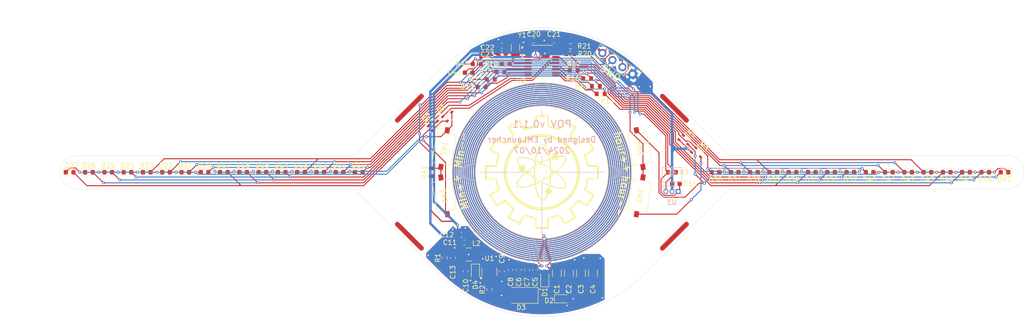
<source format=kicad_pcb>
(kicad_pcb (version 20240108) (generator "pcbnew") (generator_version "8.0")
  (title_block (title "POV") (date "2024-10-07") (rev "v011") (company "EMLauncher"))
  (layers (0 "F.Cu" signal) (31 "B.Cu" signal) (34 "B.Paste" user) (35 "F.Paste" user) (36 "B.SilkS" user "B.Silkscreen") (37 "F.SilkS" user "F.Silkscreen") (38 "B.Mask" user) (39 "F.Mask" user) (44 "Edge.Cuts" user))
  (net 0 "")
  (net 1 "Net-(D1-A)")
  (net 2 "VCC")
  (net 3 "GND")
  (net 4 "+3.3V")
  (net 5 "Net-(U1-FB)")
  (net 6 "Net-(U2-PC14)")
  (net 7 "Net-(U2-PC15)")
  (net 8 "/SW")
  (net 9 "Net-(D4-K)")
  (net 10 "LED0")
  (net 11 "Net-(D10-K)")
  (net 12 "LED1")
  (net 13 "LED2")
  (net 14 "LED3")
  (net 15 "LED4")
  (net 16 "LED5")
  (net 17 "LED6")
  (net 18 "LED7")
  (net 19 "Net-(D20-K)")
  (net 20 "Net-(D30-K)")
  (net 21 "Net-(D40-K)")
  (net 22 "Net-(J1-Pin_3)")
  (net 23 "Net-(J1-Pin_2)")
  (net 24 "/dig0")
  (net 25 "/dig1")
  (net 26 "/dig2")
  (net 27 "/dig3")
  (net 28 "/PhZ")
  (net 29 "Net-(U2-PA0)")
  (net 30 "Net-(U2-PA1)")
  (net 31 "Net-(U2-PA2)")
  (net 32 "Net-(U2-PA3)")
  (net 33 "Net-(U2-PA4)")
  (net 34 "Net-(U2-PA5)")
  (net 35 "Net-(U2-PA6)")
  (net 36 "Net-(U2-PA7)")
  (net 37 "Net-(U2-PA13)")
  (net 38 "Net-(U2-PA14)")
  (net 39 "Net-(R41-Pad2)")
  (net 41 "Net-(C1-Pad1)")
  (net 42 "Net-(C5-Pad2)")
  (footprint "Crystal:Crystal_SMD_3215-2Pin_3.2x1.5mm" (layer "F.Cu") (at 124.5 64.1 90)
    (property "Reference" "Y1")
    (property "Value" "32.768kHz")
  )
  (footprint "Resistor_SMD:R_0603_1608Metric" (layer "F.Cu") (at 141.2 72.1)
    (property "Reference" "R15")
    (property "Value" "510")
  )
  (footprint "Diode_SMD:D_0603_1608Metric" (layer "F.Cu") (at 194 90 180)
    (property "Reference" "D37")
    (property "Value" "BL")
  )
  (footprint "Diode_SMD:D_0603_1608Metric" (layer "F.Cu") (at 186 90 180)
    (property "Reference" "D35")
    (property "Value" "BL")
  )
  (footprint "Resistor_SMD:R_0603_1608Metric" (layer "F.Cu") (at 119.1 114.4 90)
    (property "Reference" "R2")
    (property "Value" "3.3k")
  )
  (footprint "Capacitor_SMD:C_0603_1608Metric" (layer "F.Cu") (at 123.5 110.3 -90)
    (property "Reference" "C8")
    (property "Value" "4.7u")
  )
  (footprint "Diode_SMD:D_0603_1608Metric" (layer "F.Cu") (at 226 90 180)
    (property "Reference" "D47")
    (property "Value" "BL")
  )
  (footprint "Diode_SMD:D_0603_1608Metric" (layer "F.Cu") (at 64 90)
    (property "Reference" "D17")
    (property "Value" "BL")
  )
  (footprint "Diode_SMD:D_0603_1608Metric" (layer "F.Cu") (at 40 90)
    (property "Reference" "D25")
    (property "Value" "BL")
  )
  (footprint "Capacitor_SMD:C_1206_3216Metric" (layer "F.Cu") (at 135.6 111 -90)
    (property "Reference" "C2")
    (property "Value" "0.1u")
  )
  (footprint "Resistor_SMD:R_0603_1608Metric" (layer "F.Cu") (at 116.5 67.5 180)
    (property "Reference" "R45")
    (property "Value" "1k")
  )
  (footprint "Diode_SMD:D_0603_1608Metric" (layer "F.Cu") (at 182 90 180)
    (property "Reference" "D34")
    (property "Value" "BL")
  )
  (footprint "Package_SO:TSSOP-20_4.4x6.5mm_P0.65mm" (layer "F.Cu") (at 130 67)
    (property "Reference" "U2")
    (property "Value" "STM32C011F4P6")
  )
  (footprint "Package_TO_SOT_SMD:SOT-23-6" (layer "F.Cu") (at 119.1 110.7 90)
    (property "Reference" "U1")
    (property "Value" "NJM1933")
  )
  (footprint "Package_TO_SOT_SMD:SOT-323_SC-70" (layer "F.Cu") (at 159.6 83.5 -45)
    (property "Reference" "Q4")
    (property "Value" "DTC123E")
  )
  (footprint "myFootPrints:PCB_Coil_R15_L2T12" (layer "F.Cu") (at 130 90 90)
    (property "Reference" "L1")
    (property "Value" "PCB_coil")
  )
  (footprint "Capacitor_SMD:C_0603_1608Metric" (layer "F.Cu") (at 128.6 110.3 90)
    (property "Reference" "C5")
    (property "Value" "4.7u")
  )
  (footprint "Diode_SMD:D_0603_1608Metric" (layer "F.Cu") (at 44 90)
    (property "Reference" "D24")
    (property "Value" "BL")
  )
  (footprint "Resistor_SMD:R_0603_1608Metric" (layer "F.Cu") (at 139.4 70.5)
    (property "Reference" "R16")
    (property "Value" "510")
  )
  (footprint "Capacitor_SMD:C_0603_1608Metric" (layer "F.Cu") (at 121.7 65.3 180)
    (property "Reference" "C23")
    (property "Value" "10p")
  )
  (footprint "Resistor_SMD:R_0603_1608Metric" (layer "F.Cu") (at 135.9 65.4)
    (property "Reference" "R20")
    (property "Value" "100")
  )
  (footprint "Diode_SMD:D_0603_1608Metric" (layer "F.Cu") (at 198 90 180)
    (property "Reference" "D40")
    (property "Value" "BL")
  )
  (footprint "Capacitor_SMD:C_0603_1608Metric" (layer "F.Cu") (at 121.7 63.7 180)
    (property "Reference" "C22")
    (property "Value" "10p")
  )
  (footprint "Resistor_SMD:R_0603_1608Metric" (layer "F.Cu") (at 136.6 68.9)
    (property "Reference" "R17")
    (property "Value" "510")
  )
  (footprint "Diode_SMD:D_SMA" (layer "F.Cu") (at 125.7 115.6 180)
    (property "Reference" "D3")
    (property "Value" "15V")
  )
  (footprint "Button_Switch_SMD:SW_Tactile_SPST_NO_Straight_CK_PTS636Sx25SMTRLFS" (layer "F.Cu") (at 109.7 85.1 -100)
    (property "Reference" "SW1")
    (property "Value" "min--")
  )
  (footprint "Button_Switch_SMD:SW_Tactile_SPST_NO_Straight_CK_PTS636Sx25SMTRLFS" (layer "F.Cu") (at 109.7 94.9 100)
    (property "Reference" "SW2")
    (property "Value" "min++")
  )
  (footprint "Capacitor_SMD:C_0603_1608Metric" (layer "F.Cu") (at 111.5 107.8 -90)
    (property "Reference" "C13")
    (property "Value" "680p")
  )
  (footprint "Resistor_SMD:R_0603_1608Metric" (layer "F.Cu") (at 157 90)
    (property "Reference" "R3")
    (property "Value" "10k")
  )
  (footprint "Resistor_SMD:R_0603_1608Metric" (layer "F.Cu") (at 142.2 73.7)
    (property "Reference" "R14")
    (property "Value" "510")
  )
  (footprint "Connector_PinHeader_2.54mm:PinHeader_1x04_P2.54mm_Vertical" (layer "F.Cu") (at 148.8 69.6 -125)
    (property "Reference" "J1" (hide yes))
    (property "Value" "SWD")
  )
  (footprint "Diode_SMD:D_0603_1608Metric" (layer "F.Cu") (at 206 90 180)
    (property "Reference" "D42")
    (property "Value" "BL")
  )
  (footprint "Diode_SMD:D_0603_1608Metric" (layer "F.Cu") (at 190 90 180)
    (property "Reference" "D36")
    (property "Value" "BL")
  )
  (footprint "Resistor_SMD:R_0603_1608Metric" (layer "F.Cu") (at 107 90 90)
    (property "Reference" "R41")
    (property "Value" "10k")
  )
  (footprint "Capacitor_SMD:C_0603_1608Metric" (layer "F.Cu") (at 114.8 69.3 180)
    (property "Reference" "C41")
    (property "Value" "0.01u")
  )
  (footprint "Capacitor_SMD:C_1206_3216Metric" (layer "F.Cu") (at 138.1 111 -90)
    (property "Reference" "C3")
    (property "Value" "0.1u")
  )
  (footprint "Capacitor_SMD:C_1206_3216Metric" (layer "F.Cu") (at 140.6 111 -90)
    (property "Reference" "C4")
    (property "Value" "0.1u")
  )
  (footprint "Package_TO_SOT_SMD:SOT-323_SC-70" (layer "F.Cu") (at 162.2 86.1 -45)
    (property "Reference" "Q3")
    (property "Value" "DTC123E")
  )
  (footprint "Diode_SMD:D_0603_1608Metric" (layer "F.Cu") (at 36 90)
    (property "Reference" "D26")
    (property "Value" "BL")
  )
  (footprint "Diode_SMD:D_0603_1608Metric" (layer "F.Cu") (at 60 90)
    (property "Reference" "D20")
    (property "Value" "BL")
  )
  (footprint "Resistor_SMD:R_0603_1608Metric" (layer "F.Cu") (at 117.5 72.3 180)
    (property "Reference" "R13")
    (property "Value" "510")
  )
  (footprint "Diode_SMD:D_0603_1608Metric" (layer "F.Cu") (at 80 90)
    (property "Reference" "D13")
    (property "Value" "BL")
  )
  (footprint "Resistor_SMD:R_0603_1608Metric" (layer "F.Cu") (at 109.8 107.8 -90)
    (property "Reference" "R1")
    (property "Value" "5.6k")
  )
  (footprint "Diode_SMD:D_0603_1608Metric" (layer "F.Cu") (at 218 90 180)
    (property "Reference" "D45")
    (property "Value" "BL")
  )
  (footprint "Button_Switch_SMD:SW_Tactile_SPST_NO_Straight_CK_PTS636Sx25SMTRLFS" (layer "F.Cu") (at 150.3 85.1 -80)
    (property "Reference" "SW4")
    (property "Value" "hour++")
  )
  (footprint "Capacitor_SMD:C_0603_1608Metric" (layer "F.Cu") (at 126.9 110.3 90)
    (property "Reference" "C7")
    (property "Value" "4.7u")
  )
  (footprint "Diode_SMD:D_0603_1608Metric" (layer "F.Cu") (at 202 90 180)
    (property "Reference" "D41")
    (property "Value" "BL")
  )
  (footprint "Package_TO_SOT_SMD:SOT-323_SC-70" (layer "F.Cu") (at 107.592893 80.1 45)
    (property "Reference" "Q2")
    (property "Value" "DTC123E")
  )
  (footprint "Inductor_SMD:L_1210_3225Metric" (layer "F.Cu") (at 114.8 107.1 180)
    (property "Reference" "L2")
    (property "Value" "10u")
  )
  (footprint "Capacitor_SMD:C_0603_1608Metric" (layer "F.Cu") (at 132.5 62.6 180)
    (property "Reference" "C21")
    (property "Value" "1u")
  )
  (footprint "Diode_SMD:D_0603_1608Metric" (layer "F.Cu") (at 84 90)
    (property "Reference" "D12")
    (property "Value" "BL")
  )
  (footprint "Diode_SMD:D_0603_1608Metric" (layer "F.Cu") (at 68 90)
    (property "Reference" "D16")
    (property "Value" "BL")
  )
  (footprint "Capacitor_SMD:C_0603_1608Metric" (layer "F.Cu") (at 157.8 92.4 180)
    (property "Reference" "C14")
    (property "Value" "0.1u")
  )
  (footprint "Resistor_SMD:R_0603_1608Metric" (layer "F.Cu") (at 121.4 69.1 180)
    (property "Reference" "R11")
    (property "Value" "510")
  )
  (footprint "Diode_SMD:D_0603_1608Metric" (layer "F.Cu") (at 92 90)
    (property "Reference" "D10")
    (property "Value" "BL")
  )
  (footprint "Diode_SMD:D_0603_1608Metric" (layer "F.Cu") (at 52 90)
    (property "Reference" "D22")
    (property "Value" "BL")
  )
  (footprint "Diode_SMD:D_0603_1608Metric" (layer "F.Cu") (at 56 90)
    (property "Reference" "D21")
    (property "Value" "BL")
  )
  (footprint "MountingHole:MountingHole_2mm" (layer "F.Cu") (at 130 90)
    (property "Reference" "REF**" (hide yes))
    (property "Value" "MountingHole_2mm")
  )
  (footprint "Capacitor_SMD:C_0603_1608Metric" (layer "F.Cu") (at 125.2 110.3 -90)
    (property "Reference" "C6")
    (property "Value" "4.7u")
  )
  (footprint "Diode_SMD:D_0603_1608Metric" (layer "F.Cu") (at 174 90 180)
    (property "Reference" "D32")
    (property "Value" "BL")
  )
  (footprint "Diode_SMD:D_0603_1608Metric" (layer "F.Cu") (at 214 90 180)
    (property "Reference" "D44")
    (property "Value" "BL")
  )
  (footprint "Capacitor_SMD:C_0603_1608Metric" (layer "F.Cu") (at 114.2 110.6 -90)
    (property "Reference" "C10")
    (property "Value" "0.1u")
  )
  (footprint "Diode_SMD:D_0603_1608Metric" (layer "F.Cu") (at 88 90)
    (property "Reference" "D11")
    (property "Value" "BL")
  )
  (footprint "Diode_SMD:D_0603_1608Metric" (layer "F.Cu") (at 48 90)
    (property "Reference" "D23")
    (property "Value" "BL")
  )
  (footprint "Capacitor_SMD:C_0603_1608Metric" (layer "F.Cu") (at 128.3 62.6)
    (property "Reference" "C20")
    (property "Value" "0.1u")
  )
  (footprint "Package_TO_SOT_SMD:SOT-323_SC-70" (layer "F.Cu") (at 110.6 78.2 45)
    (property "Reference" "Q1")
    (property "Value" "DTC123E")
  )
  (footprint "myLogos_Global:logo_large" (layer "F.Cu") (at 130 90)
    (property "Reference" "G***" (hide yes))
    (property "Value" "LOGO" (hide yes))
  )
  (footprint "Diode_SMD:D_SOD-323" (layer "F.Cu") (at 116.2 110.7 -90)
    (property "Reference" "D4")
    (property "Value" "BAT54HT1G")
  )
  (footprint "Diode_SMD:D_0603_1608Metric" (layer "F.Cu") (at 222 90 180)
    (property "Reference" "D46")
    (property "Value" "BL")
  )
  (footprint "Diode_SMD:D_0603_1608Metric" (layer "F.Cu") (at 166 90 180)
    (property "Reference" "D30")
    (property "Value" "BL")
  )
  (footprint "Capacitor_SMD:C_1206_3216Metric" (layer "F.Cu") (at 133.1 111 -90)
    (property "Reference" "C1")
    (property "Value" "0.1u")
  )
  (footprint "Button_Switch_SMD:SW_Tactile_SPST_NO_Straight_CK_PTS636Sx25SMTRLFS" (layer "F.Cu") (at 150.3 94.9 80)
    (property "Reference" "SW3")
    (property "Value" "hour--")
  )
  (footprint "Diode_SMD:D_0603_1608Metric" (layer "F.Cu") (at 170 90 180)
    (property "Reference" "D31")
    (property "Value" "BL")
  )
  (footprint "Diode_SMD:D_0603_1608Metric" (layer "F.Cu") (at 32 90)
    (property "Reference" "D27")
    (property "Value" "BL")
  )
  (footprint "Capacitor_SMD:C_0603_1608Metric" (layer "F.Cu") (at 113.9 104.6)
    (property "Reference" "C11")
    (property "Value" "4.7u")
  )
  (footprint "Resistor_SMD:R_0603_1608Metric" (layer "F.Cu") (at 122.5 67.5 180)
    (property "Reference" "R10")
    (property "Value" "510")
  )
  (footprint "Diode_SMD:D_SOD-323" (layer "F.Cu") (at 134.2 116.3)
    (property "Reference" "D2")
    (property "Value" "BAT54HT1G")
  )
  (footprint "Diode_SMD:D_SOD-323" (layer "F.Cu") (at 130.6 112.2 90)
    (property "Reference" "D1")
    (property "Value" "BAT54HT1G")
  )
  (footprint "Capacitor_SMD:C_0603_1608Metric" (layer "F.Cu") (at 113.3 103)
    (property "Reference" "C12")
    (property "Value" "4.7u")
  )
  (footprint "Diode_SMD:D_0603_1608Metric" (layer "F.Cu") (at 178 90 180)
    (property "Reference" "D33")
    (property "Value" "BL")
  )
  (footprint "Capacitor_SMD:C_0603_1608Metric" (layer "F.Cu") (at 121.7 110.6 -90)
    (property "Reference" "C9")
    (property "Value" "0.1u")
  )
  (footprint "Diode_SMD:D_0603_1608Metric" (layer "F.Cu") (at 72 90)
    (property "Reference" "D15")
    (property "Value" "BL")
  )
  (footprint "Diode_SMD:D_0603_1608Metric" (layer "F.Cu") (at 76 90)
    (property "Reference" "D14")
    (property "Value" "BL")
  )
  (footprint "Resistor_SMD:R_0603_1608Metric" (layer "F.Cu") (at 135.9 63.8)
    (property "Reference" "R21")
    (property "Value" "100")
  )
  (footprint "Diode_SMD:D_0603_1608Metric" (layer "F.Cu") (at 210 90 180)
    (property "Reference" "D43")
    (property "Value" "BL")
  )
  (footprint "Resistor_SMD:R_0603_1608Metric" (layer "F.Cu") (at 119.4 70.7 180)
    (property "Reference" "R12")
    (property "Value" "510")
  )
  (footprint "Connector_PinHeader_1.27mm:PinHeader_1x03_P1.27mm_Vertical" (layer "B.Cu") (at 158.275 94 90)
    (property "Reference" "U3")
    (property "Value" "U18")
  )
  (gr_line (start 131 109.5) (end 131.4 109.9) (stroke (width 0.25)) (layer "F.Cu") (net 41))
  (gr_line (start 160 100.8) (end 155 105.8) (stroke (width 1)) (layer "F.Cu"))
  (gr_line (start 105 105.8) (end 100 100.8) (stroke (width 1)) (layer "F.Cu"))
  (gr_line (start 160 79.2) (end 155 74.2) (stroke (width 1)) (layer "F.Cu"))
  (gr_line (start 105 74.2) (end 100 79.2) (stroke (width 1)) (layer "F.Cu"))
  (gr_line (start 128 90) (end 117 90) (stroke (width 0.1)) (layer "B.SilkS"))
  (gr_line (start 157 92) (end 157 92.2) (stroke (width 0.1)) (layer "B.SilkS"))
  (gr_rect (start 154.95 89) (end 159.05 92) (stroke (width 0.1)) (fill none) (layer "B.SilkS"))
  (gr_line (start 154.95 90) (end 154.7 90) (stroke (width 0.1)) (layer "B.SilkS"))
  (gr_line (start 130 92) (end 130 103) (stroke (width 0.1)) (layer "B.SilkS"))
  (gr_line (start 157 89) (end 157 88.8) (stroke (width 0.1)) (layer "B.SilkS"))
  (gr_line (start 132 90) (end 143 90) (stroke (width 0.1)) (layer "B.SilkS"))
  (gr_line (start 159.05 90) (end 159.3 90) (stroke (width 0.1)) (layer "B.SilkS"))
  (gr_line (start 156 90) (end 158 90) (stroke (width 0.1)) (layer "B.SilkS"))
  (gr_line (start 130 78.5) (end 130 77) (stroke (width 0.1)) (layer "B.SilkS"))
  (gr_circle (center 157 90) (end 157.6 90) (stroke (width 0.1)) (fill none) (layer "B.SilkS"))
  (gr_line (start 130 88) (end 130 86.5) (stroke (width 0.1)) (layer "B.SilkS"))
  (gr_line (start 157 89) (end 157 91) (stroke (width 0.1)) (layer "B.SilkS"))
  (gr_arc (start 33.5 93.5) (mid 30 90) (end 33.5 86.5) (stroke (width 0.05)) (layer "Edge.Cuts"))
  (gr_line (start 33.5 86.5) (end 90.66 86.5) (stroke (width 0.05)) (layer "Edge.Cuts"))
  (gr_arc (start 168.632893 93.792893) (mid 168.957317 93.576121) (end 169.34 93.5) (stroke (width 0.05)) (layer "Edge.Cuts"))
  (gr_arc (start 108.786797 68.786797) (mid 130 60.000001) (end 151.213203 68.786797) (stroke (width 0.05)) (layer "Edge.Cuts"))
  (gr_line (start 151.213203 111.213203) (end 168.632893 93.792893) (stroke (width 0.05)) (layer "Edge.Cuts"))
  (gr_arc (start 90.66 93.5) (mid 91.042683 93.57612) (end 91.367107 93.792893) (stroke (width 0.05)) (layer "Edge.Cuts"))
  (gr_arc (start 151.213203 111.213203) (mid 130 119.999999) (end 108.786797 111.213203) (stroke (width 0.05)) (layer "Edge.Cuts"))
  (gr_line (start 226.5 86.5) (end 169.34 86.5) (stroke (width 0.05)) (layer "Edge.Cuts"))
  (gr_line (start 226.5 93.5) (end 169.34 93.5) (stroke (width 0.05)) (layer "Edge.Cuts"))
  (gr_line (start 108.786797 68.786797) (end 91.367107 86.207107) (stroke (width 0.05)) (layer "Edge.Cuts"))
  (gr_line (start 151.213203 68.786797) (end 168.632893 86.207107) (stroke (width 0.05)) (layer "Edge.Cuts"))
  (gr_arc (start 91.367107 86.207107) (mid 91.042683 86.42388) (end 90.66 86.5) (stroke (width 0.05)) (layer "Edge.Cuts"))
  (gr_arc (start 169.34 86.5) (mid 168.957316 86.42388) (end 168.632893 86.207107) (stroke (width 0.05)) (layer "Edge.Cuts"))
  (gr_arc (start 226.5 86.5) (mid 230 90) (end 226.5 93.5) (stroke (width 0.05)) (layer "Edge.Cuts"))
  (gr_line (start 33.5 93.5) (end 90.66 93.5) (stroke (width 0.05)) (layer "Edge.Cuts"))
  (gr_line (start 108.786797 111.213203) (end 91.367107 93.792893) (stroke (width 0.05)) (layer "Edge.Cuts"))
  (gr_text "POV v0.1.1" (at 130 80 0) (layer "B.SilkS") (effects (font (size 1.5 1.5) (thickness 0.2)) (justify mirror)))
  (gr_text "Designed by EMLauncher" (at 130 83.2 0) (layer "B.SilkS") (effects (font (size 1.2 1.2) (thickness 0.2)) (justify mirror)))
  (gr_text "2024/10/07" (at 130 85.5 0) (layer "B.SilkS") (effects (font (size 1.2 1.2) (thickness 0.2)) (justify mirror)))
  (gr_text "hour++" (at 146.7 85.8 285) (layer "F.SilkS") (effects (font (size 1.5 1.5) (thickness 0.25) (bold yes))))
  (gr_text "SWD" (at 144.2 69.4 325) (layer "F.SilkS") (effects (font (size 1.5 1.5) (thickness 0.2))))
  (gr_text "hour--" (at 146.7 95 260) (layer "F.SilkS") (effects (font (size 1.5 1.5) (thickness 0.25) (bold yes))))
  (gr_text "Min--" (at 113.2 85.4 80) (layer "F.SilkS") (effects (font (size 1.5 1.5) (thickness 0.25) (bold yes))))
  (gr_text "Min++" (at 113.2 94.1 105) (layer "F.SilkS") (effects (font (size 1.5 1.5) (thickness 0.25) (bold yes))))
  (segment (start 133.1 112.475) (end 132.775 112.475) (width 0.25) (layer "F.Cu") (net 1))
  (segment (start 132.775 112.475) (end 131.45 111.15) (width 0.25) (layer "F.Cu") (net 1))
  (segment (start 133.1 112.475) (end 133.1 116.25) (width 0.25) (layer "F.Cu") (net 1))
  (segment (start 133.1 116.25) (end 133.15 116.3) (width 0.25) (layer "F.Cu") (net 1))
  (segment (start 131.45 111.15) (end 130.6 111.15) (width 0.25) (layer "F.Cu") (net 1))
  (segment (start 138.1 112.475) (end 140.6 112.475) (width 0.25) (layer "F.Cu") (net 1))
  (segment (start 133.1 112.475) (end 135.6 112.475) (width 0.25) (layer "F.Cu") (net 1))
  (segment (start 135.6 112.475) (end 138.1 112.475) (width 0.25) (layer "F.Cu") (net 1))
  (segment (start 128.6 111.175) (end 130.6 113.175) (width 0.25) (layer "F.Cu") (net 2))
  (segment (start 128.6 111.075) (end 128.6 111.175) (width 0.25) (layer "F.Cu") (net 2))
  (segment (start 126.859052 111.075) (end 126.9 111.075) (width 0.25) (layer "F.Cu") (net 2))
  (segment (start 130 115.6) (end 130.6 115) (width 0.25) (layer "F.Cu") (net 2))
  (segment (start 122.175 110.3) (end 126.125 110.3) (width 0.25) (layer "F.Cu") (net 2))
  (segment (start 126.125 110.3) (end 126.9 111.075) (width 0.25) (layer "F.Cu") (net 2))
  (segment (start 120.05 109.5625) (end 121.4375 109.5625) (width 0.25) (layer "F.Cu") (net 2))
  (segment (start 126.9 111.075) (end 128.6 111.075) (width 0.25) (layer "F.Cu") (net 2))
  (segment (start 130.6 113.175) (end 130.6 113.25) (width 0.25) (layer "F.Cu") (net 2))
  (segment (start 119.1 109.5625) (end 120.05 109.5625) (width 0.25) (layer "F.Cu") (net 2))
  (segment (start 127.7 115.6) (end 130 115.6) (width 0.25) (layer "F.Cu") (net 2))
  (segment (start 130.6 115) (end 130.6 113.25) (width 0.25) (layer "F.Cu") (net 2))
  (segment (start 121.7 109.825) (end 122.175 110.3) (width 0.25) (layer "F.Cu") (net 2))
  (segment (start 121.4375 109.5625) (end 121.7 109.825) (width 0.25) (layer "F.Cu") (net 2))
  (segment (start 116.2 111.7) (end 116.2 111.75) (width 0.25) (layer "F.Cu") (net 3))
  (segment (start 160.290381 85.10962) (end 161.033274 85.852513) (width 0.2) (layer "F.Cu") (net 3))
  (segment (start 127.1375 66.675) (end 124.253334 66.675) (width 0.2) (layer "F.Cu") (net 3))
  (segment (start 114.675 104.6) (end 114.675 106.975) (width 0.25) (layer "F.Cu") (net 3))
  (segment (start 129.075 62.6) (end 130.5 62.6) (width 0.2) (layer "F.Cu") (net 3))
  (segment (start 123.728334 66.15) (end 121.775 66.15) (width 0.2) (layer "F.Cu") (net 3))
  (segment (start 130 63.525) (end 130 66.065686) (width 0.2) (layer "F.Cu") (net 3))
  (segment (start 115.837648 68.525) (end 116.6 67.762648) (width 0.2) (layer "F.Cu") (net 3))
  (segment (start 114.675 107.225) (end 114.675 108.375) (width 0.25) (layer "F.Cu") (net 3))
  (segment (start 119.1 111.8375) (end 119.1 110.9) (width 0.25) (layer "F.Cu") (net 3))
  (segment (start 114.2 111.375) (end 114.225 111.4) (width 0.25) (layer "F.Cu") (net 3))
  (segment (start 115.85 111.4) (end 116.5 111.4) (width 0.25) (layer "F.Cu") (net 3))
  (segment (start 121.025 110.7) (end 121.7 111.375) (width 0.25) (layer "F.Cu") (net 3))
  (segment (start 116.6 67.037352) (end 118.337352 65.3) (width 0.2) (layer "F.Cu") (net 3))
  (segment (start 123.5 115.4) (end 123.7 115.6) (width 0.25) (layer "F.Cu") (net 3))
  (segment (start 125.2 111.075) (end 123.5 111.075) (width 0.25) (layer "F.Cu") (net 3))
  (segment (start 110.352513 79.366726) (end 109.245406 79.366726) (width 0.2) (layer "F.Cu") (net 3))
  (segment (start 119.8 65.3) (end 120.925 65.3) (width 0.2) (layer "F.Cu") (net 3))
  (segment (start 114.8 68.525) (end 115.837648 68.525) (width 0.2) (layer "F.Cu") (net 3))
  (segment (start 116.6 67.762648) (end 116.6 67.037352) (width 0.2) (layer "F.Cu") (net 3))
  (segment (start 118.9 110.7) (end 117.2 110.7) (width 0.25) (layer "F.Cu") (net 3))
  (segment (start 109.245406 79.366726) (end 107.345406 81.266726) (width 0.2) (layer "F.Cu") (net 3))
  (segment (start 130 66.065686) (end 129.390686 66.675) (width 0.2) (layer "F.Cu") (net 3))
  (segment (start 115.85 111.4) (end 116.2 111.75) (width 0.25) (layer "F.Cu") (net 3))
  (segment (start 114.225 111.4) (end 115.85 111.4) (width 0.25) (layer "F.Cu") (net 3))
  (segment (start 119.1 110.9) (end 119.3 110.7) (width 0.25) (layer "F.Cu") (net 3))
  (segment (start 129.075 62.6) (end 130 63.525) (width 0.2) (layer "F.Cu") (net 3))
  (segment (start 117.2 110.7) (end 116.5 111.4) (width 0.25) (layer "F.Cu") (net 3))
  (segment (start 160.29038 85.10962) (end 160.29038 85.109619) (width 0.2) (layer "F.Cu") (net 3))
  (segment (start 121.7 111.375) (end 123.2 111.375) (width 0.25) (layer "F.Cu") (net 3))
  (segment (start 116.2 110.7) (end 116.2 111.75) (width 0.25) (layer "F.Cu") (net 3))
  (segment (start 107.345406 81.266726) (end 107.283274 81.266726) (width 0.2) (layer "F.Cu") (net 3))
  (segment (start 160.29038 85.10962) (end 160.290381 85.10962) (width 0.2) (layer "F.Cu") (net 3))
  (segment (start 118.9 110.7) (end 119.3 110.7) (width 0.25) (layer "F.Cu") (net 3))
  (segment (start 114.675 106.975) (end 114.8 107.1) (width 0.25) (layer "F.Cu") (net 3))
  (segment (start 107.283274 81.266726) (end 106.85 81.7) (width 0.2) (layer "F.Cu") (net 3))
  (segment (start 119.3 110.7) (end 121.025 110.7) (width 0.25) (layer "F.Cu") (net 3))
  (segment (start 114.675 108.375) (end 115.5 109.2) (width 0.25) (layer "F.Cu") (net 3))
  (segment (start 117.775 113.575) (end 117.2 113) (width 0.25) (layer "F.Cu") (net 3))
  (segment (start 115.5 109.2) (end 115.5 110) (width 0.25) (layer "F.Cu") (net 3))
  (segment (start 119.1 110.9) (end 118.9 110.7) (width 0.25) (layer "F.Cu") (net 3))
  (segment (start 160.29038 85.109619) (end 158.433274 83.252513) (width 0.2) (layer "F.Cu") (net 3))
  (segment (start 114.025 69.3) (end 114.8 68.525) (width 0.2) (layer "F.Cu") (net 3))
  (segment (start 114.8 107.1) (end 114.675 107.225) (width 0.25) (layer "F.Cu") (net 3))
  (segment (start 118.337352 65.3) (end 119.8 65.3) (width 0.2) (layer "F.Cu") (net 3))
  (segment (start 114.675 103.6) (end 114.675 104.6) (width 0.25) (layer "F.Cu") (net 3))
  (segment (start 124.253334 66.675) (end 123.728334 66.15) (width 0.2) (layer "F.Cu") (net 3))
  (segment (start 116.5 111.4) (end 116.2 111.7) (width 0.25) (layer "F.Cu") (net 3))
  (segment (start 119.1 113.575) (end 119.1 111.8375) (width 0.25) (layer "F.Cu") (net 3))
  (segment (start 157.025 92.4) (end 157.025 93.98) (width 0.2) (layer "F.Cu") (net 3))
  (segment (start 119.1 113.575) (end 117.775 113.575) (width 0.25) (layer "F.Cu") (net 3))
  (segment (start 121.775 66.15) (end 120.925 65.3) (width 0.2) (layer "F.Cu") (net 3))
  (segment (start 123.7 115.6) (end 121.6 115.6) (width 0.25) (layer "F.Cu") (net 3))
  (segment (start 120.925 65.3) (end 120.925 63.7) (width 0.2) (layer "F.Cu") (net 3))
  (segment (start 157.025 93.98) (end 157.005 94) (width 0.2) (layer "F.Cu") (net 3))
  (segment (start 114.075 103) (end 114.675 103.6) (width 0.25) (layer "F.Cu") (net 3))
  (segment (start 123.2 111.375) (end 123.5 111.075) (width 0.25) (layer "F.Cu") (net 3))
  (segment (start 131.725 62.6) (end 130.5 62.6) (width 0.2) (layer "F.Cu") (net 3))
  (segment (start 129.390686 66.675) (end 127.1375 66.675) (width 0.2) (layer "F.Cu") (net 3))
  (segment (start 115.5 110) (end 116.2 110.7) (width 0.25) (layer "F.Cu") (net 3))
  (via (at 136.5 116.3) (size 0.6) (drill 0.3) (layers "F.Cu" "B.Cu") (net 3))
  (via (at 123.2 108.2) (size 0.6) (drill 0.3) (layers "F.Cu" "B.Cu") (net 3))
  (via (at 130.6 65.3) (size 0.6) (drill 0.3) (layers "F.Cu" "B.Cu") (net 3))
  (via (at 152.5 72.2) (size 0.6) (drill 0.3) (layers "F.Cu" "B.Cu") (net 3))
  (via (at 120.5 107.5) (size 0.6) (drill 0.3) (layers "F.Cu" "B.Cu") (net 3))
  (via (at 106.85 81.7) (size 0.6) (drill 0.3) (layers "F.Cu" "B.Cu") (net 3))
  (via (at 135.3 114.9) (size 0.6) (drill 0.3) (layers "F.Cu" "B.Cu") (net 3))
  (via (at 130.5 62.6) (size 0.6) (drill 0.3) (layers "F.Cu" "B.Cu") (net 3))
  (via (at 119.8 65.3) (size 0.6) (drill 0.3) (layers "F.Cu" "B.Cu") (net 3))
  (via (at 121.6 115.6) (size 0.6) (drill 0.3) (layers "F.Cu" "B.Cu") (net 3))
  (via (at 136.8 108.2) (size 0.6) (drill 0.3) (layers "F.Cu" "B.Cu") (net 3))
  (via (at 115.2 112.5) (size 0.6) (drill 0.3) (layers "F.Cu" "B.Cu") (net 3))
  (via (at 150.2 72.2) (size 0.6) (drill 0.3) (layers "F.Cu" "B.Cu") (net 3))
  (via (at 138.7 107.8) (size 0.6) (drill 0.3) (layers "F.Cu" "B.Cu") (net 3))
  (via (at 117.7 108) (size 0.6) (drill 0.3) (layers "F.Cu" "B.Cu") (net 3))
  (via (at 114.1 101.6) (size 0.6) (drill 0.3) (layers "F.Cu" "B.Cu") (net 3))
  (via (at 111.9 105.7) (size 0.6) (drill 0.3) (layers "F.Cu" "B.Cu") (net 3))
  (via (at 111.5 101.9) (size 0.6) (drill 0.3) (layers "F.Cu" "B.Cu") (net 3))
  (via (at 142.5 116.1) (size 0.6) (drill 0.3) (layers "F.Cu" "B.Cu") (net 3))
  (via (at 117.4 63.8) (size 0.6) (drill 0.3) (layers "F.Cu" "B.Cu") (net 3))
  (via (at 142.1 107.9) (size 0.6) (drill 0.3) (layers "F.Cu" "B.Cu") (net 3))
  (via (at 127.4 61) (size 0.6) (drill 0.3) (layers "F.Cu" "B.Cu") (net 3))
  (via (at 117.2 113) (size 0.6) (drill 0.3) (layers "F.Cu" "B.Cu") (net 3))
  (via (at 121.7 112.7) (size 0.6) (drill 0.3) (layers "F.Cu" "B.Cu") (net 3))
  (via (at 126.2 63) (size 0.6) (drill 0.3) (layers "F.Cu" "B.Cu") (net 3))
  (via (at 114.8 107.1) (size 0.6) (drill 0.3) (layers "F.Cu" "B.Cu") (net 3))
  (via (at 135.2 117.7) (size 0.6) (drill 0.3) (layers "F.Cu" "B.Cu") (net 3))
  (via (at 129.6 114.3) (size 0.6) (drill 0.3) (layers "F.Cu" "B.Cu") (net 3))
  (via (at 106.4 107.3) (size 0.6) (drill 0.3) (layers "F.Cu" "B.Cu") (net 3))
  (via (at 160.29038 85.10962) (size 0.6) (drill 0.3) (layers "F.Cu" "B.Cu") (net 3))
  (via (at 121 62.4) (size 0.6) (drill 0.3) (layers "F.Cu" "B.Cu") (net 3))
  (segment (start 106.85 81.7) (end 106.85 73.25) (width 0.5) (layer "B.Cu") (net 3))
  (segment (start 160.29038 85.10962) (end 157.00962 85.10962) (width 0.5) (layer "B.Cu") (net 3))
  (segment (start 157.005 85.7) (end 157.005 77.805) (width 0.5) (layer "B.Cu") (net 3))
  (segment (start 157.6 85.1) (end 157.005 85.695) (width 0.5) (layer "B.Cu") (net 3))
  (segment (start 106.85 85.2) (end 106.85 84.5) (width 0.5) (layer "B.Cu") (net 3))
  (segment (start 145.2 69.6) (end 138.2 62.6) (width 0.2) (layer "B.Cu") (net 3))
  (segment (start 157.005 77.805) (end 148.8 69.6) (width 0.5) (layer "B.Cu") (net 3))
  (segment (start 119.4 64.9) (end 119.8 65.3) (width 0.5) (layer "B.Cu") (net 3))
  (segment (start 148.8 69.6) (end 145.2 69.6) (width 0.2) (layer "B.Cu") (net 3))
  (segment (start 138.2 62.6) (end 130.5 62.6) (width 0.2) (layer "B.Cu") (net 3))
  (segment (start 157.005 86.9) (end 157.005 86.3) (width 0.5) (layer "B.Cu") (net 3))
  (segment (start 106.85 84.5) (end 106.85 81.7) (width 0.5) (layer "B.Cu") (net 3))
  (segment (start 157.00962 85.10962) (end 157.005 85.105) (width 0.5) (layer "B.Cu") (net 3))
  (segment (start 157.005 94) (end 157.005 86.9) (width 0.5) (layer "B.Cu") (net 3))
  (segment (start 106.85 100.65) (end 106.85 85.2) (width 0.5) (layer "B.Cu") (net 3))
  (segment (start 115.2 64.9) (end 119.4 64.9) (width 0.5) (layer "B.Cu") (net 3))
  (segment (start 157.005 86.3) (end 157.005 85.7) (width 0.5) (layer "B.Cu") (net 3))
  (segment (start 106.85 73.25) (end 115.2 64.9) (width 0.5) (layer "B.Cu") (net 3))
  (segment (start 157.6 85.1) (end 157.005 84.505) (width 0.5) (layer "B.Cu") (net 3))
  (segment (start 111.9 105.7) (end 106.85 100.65) (width 0.5) (layer "B.Cu") (net 3))
  (segment (start 109.2 100.2) (end 107 98) (width 0.25) (layer "F.Cu") (net 4))
  (segment (start 147.869352 68.713824) (end 147.316181 69.266995) (width 0.2) (layer "F.Cu") (net 4))
  (segment (start 114.2 109.825) (end 113.4 109.025) (width 0.25) (layer "F.Cu") (net 4))
  (segment (start 155.4 94.8) (end 157.475 94.8) (width 0.2) (layer "F.Cu") (net 4))
  (segment (start 139.44341 62.319122) (end 138.426154 61.992698) (width 0.5) (layer "F.Cu") (net 4))
  (segment (start 154.7 94.1) (end 155.4 94.8) (width 0.2) (layer "F.Cu") (net 4))
  (segment (start 133.3 61.7) (end 133.7 61.3) (width 0.5) (layer "F.Cu") (net 4))
  (segment (start 139.763663 62.434949) (end 139.44341 62.319122) (width 0.5) (layer "F.Cu") (net 4))
  (segment (start 147.316181 71.016181) (end 149 72.7) (width 0.2) (layer "F.Cu") (net 4))
  (segment (start 125.896516 66.025) (end 125.846516 66.075) (width 0.2) (layer "F.Cu") (net 4))
  (segment (start 128.825 61.3) (end 127.525 62.6) (width 0.5) (layer "F.Cu") (net 4))
  (segment (start 138.426154 61.992698) (end 137.39763 61.703639) (width 0.5) (layer "F.Cu") (net 4))
  (segment (start 109.8 106.975) (end 111.45 106.975) (width 0.25) (layer "F.Cu") (net 4))
  (segment (start 137.39763 61.703639) (end 136.359276 61.452345) (width 0.5) (layer "F.Cu") (net 4))
  (segment (start 111.45 106.975) (end 111.5 107.025) (width 0.25) (layer "F.Cu") (net 4))
  (segment (start 143.989852 64.150237) (end 144.387602 64.364008) (width 0.2) (layer "F.Cu") (net 4))
  (segment (start 142.558061 65.229347) (end 139.763663 62.434949) (width 0.5) (layer "F.Cu") (net 4))
  (segment (start 129.225 66.275) (end 128.375 66.275) (width 0.2) (layer "F.Cu") (net 4))
  (segment (start 129.6 64.675) (end 129.6 65.9) (width 0.2) (layer "F.Cu") (net 4))
  (segment (start 133.7 61.3) (end 133.3 61.3) (width 0.5) (layer "F.Cu") (net 4))
  (segment (start 158.575 92.4) (end 158.575 93.7) (width 0.2) (layer "F.Cu") (net 4))
  (segment (start 133.275 61.7) (end 133.3 61.7) (width 0.5) (layer "F.Cu") (net 4))
  (segment (start 135.61125 61.3) (end 133.7 61.3) (width 0.5) (layer "F.Cu") (net 4))
  (segment (start 133.3 61.3) (end 133.275 61.325) (width 0.5) (layer "F.Cu") (net 4))
  (segment (start 113.325 107.025) (end 113.4 107.1) (width 0.25) (layer "F.Cu") (net 4))
  (segment (start 127.525 62.6) (end 129.6 64.675) (width 0.2) (layer "F.Cu") (net 4))
  (segment (start 133.275 61.7) (end 133.275 61.675) (width 0.5) (layer "F.Cu") (net 4))
  (segment (start 142.558061 65.229347) (end 143.637171 64.150237) (width 0.2) (layer "F.Cu") (net 4))
  (segment (start 128.375 66.275) (end 128.125 66.025) (width 0.2) (layer "F.Cu") (net 4))
  (segment (start 154.7 91.475) (end 154.7 94.1) (width 0.2) (layer "F.Cu") (net 4))
  (segment (start 155.7 89.525) (end 156.175 90) (width 0.2) (layer "F.Cu") (net 4))
  (segment (start 145.306583 64.902069) (end 145.306583 64.906583) (width 0.2) (layer "F.Cu") (net 4))
  (segment (start 144.387602 64.364008) (end 145.306583 64.902069) (width 0.2) (layer "F.Cu") (net 4))
  (segment (start 145.306583 64.906583) (end 147.869352 67.469352) (width 0.2) (layer "F.Cu") (net 4))
  (segment (start 150.4 77.9) (end 151.174512 77.9) (width 0.2) (layer "F.Cu") (net 4))
  (segment (start 133.3 61.3) (end 132.9 61.3) (width 0.5) (layer "F.Cu") (net 4))
  (segment (start 112.525 101.025) (end 112.525 103) (width 0.25) (layer "F.Cu") (net 4))
  (segment (start 151.174512 77.9) (end 155.7 82.425488) (width 0.2) (layer "F.Cu") (net 4))
  (segment (start 129.6 65.9) (end 129.225 66.275) (width 0.2) (layer "F.Cu") (net 4))
  (segment (start 107 98) (end 107 90.825) (width 0.25) (layer "F.Cu") (net 4))
  (segment (start 158.575 93.7) (end 158.275 94) (width 0.2) (layer "F.Cu") (net 4))
  (segment (start 143.637171 64.150237) (end 143.989852 64.150237) (width 0.2) (layer "F.Cu") (net 4))
  (segment (start 113.125 104.6) (end 113.125 105.325) (width 0.25) (layer "F.Cu") (net 4))
  (segment (start 111.7 100.2) (end 109.2 100.2) (width 0.25) (layer "F.Cu") (net 4))
  (segment (start 112.5 101) (end 111.7 100.2) (width 0.25) (layer "F.Cu") (net 4))
  (segment (start 111.5 107.025) (end 113.325 107.025) (width 0.25) (layer "F.Cu") (net 4))
  (segment (start 113.4 109.025) (end 113.4 107.1) (width 0.25) (layer "F.Cu") (net 4))
  (segment (start 155.7 82.425488) (end 155.7 89.525) (width 0.2) (layer "F.Cu") (net 4))
  (segment (start 147.316181 69.266995) (end 147.316181 71.016181) (width 0.2) (layer "F.Cu") (net 4))
  (segment (start 133.275 61.325) (end 133.275 61.7) (width 0.5) (layer "F.Cu") (net 4))
  (segment (start 112.525 103) (end 113.125 103.6) (width 0.25) (layer "F.Cu") (net 4))
  (segment (start 132.9 61.3) (end 128.825 61.3) (width 0.5) (layer "F.Cu") (net 4))
  (segment (start 156.175 90) (end 154.7 91.475) (width 0.2) (layer "F.Cu") (net 4))
  (segment (start 113.4 105.6) (end 113.4 107.1) (width 0.25) (layer "F.Cu") (net 4))
  (segment (start 127.1375 66.025) (end 125.896516 66.025) (width 0.2) (layer "F.Cu") (net 4))
  (segment (start 147.869352 67.469352) (end 147.869352 68.713824) (width 0.2) (layer "F.Cu") (net 4))
  (segment (start 128.125 66.025) (end 127.1375 66.025) (width 0.2) (layer "F.Cu") (net 4))
  (segment (start 113.125 103.6) (end 113.125 104.6) (width 0.25) (layer "F.Cu") (net 4))
  (segment (start 136.359276 61.452345) (end 135.61125 61.3) (width 0.5) (layer "F.Cu") (net 4))
  (segment (start 133.275 61.7) (end 133.275 62.6) (width 0.5) (layer "F.Cu") (net 4))
  (segment (start 157.475 94.8) (end 158.275 94) (width 0.2) (layer "F.Cu") (net 4))
  (segment (start 133.275 61.675) (end 132.9 61.3) (width 0.5) (layer "F.Cu") (net 4))
  (segment (start 113.125 105.325) (end 113.4 105.6) (width 0.25) (layer "F.Cu") (net 4))
  (segment (start 112.5 101) (end 112.525 101.025) (width 0.25) (layer "F.Cu") (net 4))
  (via (at 112.5 101) (size 0.6) (drill 0.3) (layers "F.Cu" "B.Cu") (net 4))
  (via (at 150.4 77.9) (size 0.6) (drill 0.3) (layers "F.Cu" "B.Cu") (net 4))
  (via (at 125.846516 66.075) (size 0.6) (drill 0.3) (layers "F.Cu" "B.Cu") (net 4))
  (via (at 149 72.7) (size 0.6) (drill 0.3) (layers "F.Cu" "B.Cu") (net 4))
  (segment (start 150.4 77.9) (end 149.9 77.4) (width 0.2) (layer "B.Cu") (net 4))
  (segment (start 149.9 73.6) (end 149 72.7) (width 0.2) (layer "B.Cu") (net 4))
  (segment (start 115.6 65.6) (end 119.039339 65.6) (width 0.5) (layer "B.Cu") (net 4))
  (segment (start 119.514339 66.075) (end 125.846516 66.075) (width 0.5) (layer "B.Cu") (net 4))
  (segment (start 149.9 77.4) (end 149.9 73.6) (width 0.2) (layer "B.Cu") (net 4))
  (segment (start 112.5 101) (end 107.6 96.1) (width 0.5) (layer "B.Cu") (net 4))
  (segment (start 119.039339 65.6) (end 119.514339 66.075) (width 0.5) (layer "B.Cu") (net 4))
  (segment (start 107.6 73.6) (end 115.6 65.6) (width 0.5) (layer "B.Cu") (net 4))
  (segment (start 107.6 96.1) (end 107.6 73.6) (width 0.5) (layer "B.Cu") (net 4))
  (segment (start 119.1 115.225) (end 118.775 114.9) (width 0.25) (layer "F.Cu") (net 5))
  (segment (start 116.1 114.9) (end 111.5 110.3) (width 0.25) (layer "F.Cu") (net 5))
  (segment (start 111.5 110.3) (end 111.5 108.575) (width 0.25) (layer "F.Cu") (net 5))
  (segment (start 120.05 111.8375) (end 120.05 114.275) (width 0.25) (layer "F.Cu") (net 5))
  (segment (start 109.85 108.575) (end 109.8 108.625) (width 0.25) (layer "F.Cu") (net 5))
  (segment (start 120.05 114.275) (end 119.1 115.225) (width 0.25) (layer "F.Cu") (net 5))
  (segment (start 118.775 114.9) (end 116.1 114.9) (width 0.25) (layer "F.Cu") (net 5))
  (segment (start 111.5 108.575) (end 109.85 108.575) (width 0.25) (layer "F.Cu") (net 5))
  (segment (start 123.65 63.7) (end 124.5 62.85) (width 0.2) (layer "F.Cu") (net 6))
  (segment (start 126.375 64.725) (end 124.5 62.85) (width 0.2) (layer "F.Cu") (net 6))
  (segment (start 122.475 63.7) (end 123.65 63.7) (width 0.2) (layer "F.Cu") (net 6))
  (segment (start 127.1375 64.725) (end 126.375 64.725) (width 0.2) (layer "F.Cu") (net 6))
  (segment (start 122.475 65.3) (end 124.45 65.3) (width 0.2) (layer "F.Cu") (net 7))
  (segment (start 124.525 65.375) (end 124.5 65.35) (width 0.2) (layer "F.Cu") (net 7))
  (segment (start 124.45 65.3) (end 124.5 65.35) (width 0.2) (layer "F.Cu") (net 7))
  (segment (start 127.1375 65.375) (end 124.525 65.375) (width 0.2) (layer "F.Cu") (net 7))
  (segment (start 117.325 67.775) (end 115.8 69.3) (width 0.2) (layer "F.Cu") (net 8))
  (segment (start 118.1 66.725) (end 117.325 67.5) (width 0.2) (layer "F.Cu") (net 8))
  (segment (start 124.337648 67.325) (end 123.737648 66.725) (width 0.2) (layer "F.Cu") (net 8))
  (segment (start 115.8 69.3) (end 115.575 69.3) (width 0.2) (layer "F.Cu") (net 8))
  (segment (start 117.325 67.5) (end 117.325 67.775) (width 0.2) (layer "F.Cu") (net 8))
  (segment (start 123.737648 66.725) (end 118.1 66.725) (width 0.2) (layer "F.Cu") (net 8))
  (segment (start 127.1375 67.325) (end 124.337648 67.325) (width 0.2) (layer "F.Cu") (net 8))
  (segment (start 116.2875 109.5625) (end 116.2 109.65) (width 0.25) (layer "F.Cu") (net 9))
  (segment (start 116.2 107.1) (end 116.2 109.65) (width 0.25) (layer "F.Cu") (net 9))
  (segment (start 118.15 109.5625) (end 116.2875 109.5625) (width 0.25) (layer "F.Cu") (net 9))
  (segment (start 147.7 74.3) (end 147.9 74.5) (width 0.2) (layer "F.Cu") (net 10))
  (segment (start 196.465687 89.253187) (end 197.2125 90) (width 0.2) (layer "F.Cu") (net 10))
  (segment (start 164.4 86.6) (end 164.4 89.2) (width 0.2) (layer "F.Cu") (net 10))
  (segment (start 110.45 72.95) (end 94.4 89) (width 0.2) (layer "F.Cu") (net 10))
  (segment (start 60.7875 90) (end 60.8 90) (width 0.2) (layer "F.Cu") (net 10))
  (segment (start 164.4 89.2) (end 165.2 90) (width 0.2) (layer "F.Cu") (net 10))
  (segment (start 196.465687 89.234313) (end 196.465687 89.253187) (width 0.2) (layer "F.Cu") (net 10))
  (segment (start 152.3 74.5) (end 164.4 86.6) (width 0.2) (layer "F.Cu") (net 10))
  (segment (start 60.8 90) (end 61.8 89) (width 0.2) (layer "F.Cu") (net 10))
  (segment (start 92.7875 90) (end 92.8 90) (width 0.2) (layer "F.Cu") (net 10))
  (segment (start 61.8 89) (end 61.7875 89) (width 0.2) (layer "F.Cu") (net 10))
  (segment (start 92.8 90) (end 93.8 89) (width 0.2) (layer "F.Cu") (net 10))
  (segment (start 165.2 90) (end 165.2125 90) (width 0.2) (layer "F.Cu") (net 10))
  (segment (start 121.675 67.5) (end 120 67.5) (width 0.2) (layer "F.Cu") (net 10))
  (segment (start 120 67.5) (end 119 68.5) (width 0.2) (layer "F.Cu") (net 10))
  (segment (start 115.5 72) (end 114.55 72.95) (width 0.2) (layer "F.Cu") (net 10))
  (segment (start 94.4 89) (end 93.8 89) (width 0.2) (layer "F.Cu") (net 10))
  (segment (start 114.55 72.95) (end 110.45 72.95) (width 0.2) (layer "F.Cu") (net 10))
  (segment (start 147.9 74.5) (end 152.3 74.5) (width 0.2) (layer "F.Cu") (net 10))
  (via (at 61.8 89) (size 0.6) (drill 0.3) (layers "F.Cu" "B.Cu") (net 10))
  (via (at 147.7 74.3) (size 0.6) (drill 0.3) (layers "F.Cu" "B.Cu") (net 10))
  (via (at 93.8 89) (size 0.6) (drill 0.3) (layers "F.Cu" "B.Cu") (net 10))
  (via (at 119 68.5) (size 0.6) (drill 0.3) (layers "F.Cu" "B.Cu") (net 10))
  (via (at 115.5 72) (size 0.6) (drill 0.3) (layers "F.Cu" "B.Cu") (net 10))
  (via (at 164.4 89.2) (size 0.6) (drill 0.3) (layers "F.Cu" "B.Cu") (net 10))
  (via (at 196.465687 89.234313) (size 0.6) (drill 0.3) (layers "F.Cu" "B.Cu") (net 10))
  (segment (start 139.6 68.4) (end 119.1 68.4) (width 0.2) (layer "B.Cu") (net 10))
  (segment (start 147.7 74.3) (end 145.5 74.3) (width 0.2) (layer "B.Cu") (net 10))
  (segment (start 93.8 89) (end 61.8 89) (width 0.2) (layer "B.Cu") (net 10))
  (segment (start 115.5 72) (end 119 68.5) (width 0.2) (layer "B.Cu") (net 10))
  (segment (start 145.5 74.3) (end 139.6 68.4) (width 0.2) (layer "B.Cu") (net 10))
  (segment (start 196.431374 89.2) (end 196.465687 89.234313) (width 0.2) (layer "B.Cu") (net 10))
  (segment (start 164.4 89.2) (end 196.431374 89.2) (width 0.2) (layer "B.Cu") (net 10))
  (segment (start 119.1 68.4) (end 119 68.5) (width 0.2) (layer "B.Cu") (net 10))
  (segment (start 86.1 89.8) (end 86.3 90) (width 0.2) (layer "F.Cu") (net 11))
  (segment (start 111.307107 77.492893) (end 111.307107 80.34965) (width 0.2) (layer "F.Cu") (net 11))
  (segment (start 90.3 90) (end 90.1 89.8) (width 0.2) (layer "F.Cu") (net 11))
  (segment (start 62.3 90) (end 63.2125 90) (width 0.2) (layer "F.Cu") (net 11))
  (segment (start 110.372887 81.28387) (end 109.056757 82.6) (width 0.2) (layer "F.Cu") (net 11))
  (segment (start 91.2125 90) (end 90.3 90) (width 0.2) (layer "F.Cu") (net 11))
  (segment (start 82.3 90) (end 83.2125 90) (width 0.2) (layer "F.Cu") (net 11))
  (segment (start 66.3 90) (end 67.2125 90) (width 0.2) (layer "F.Cu") (net 11))
  (segment (start 70.1 89.8) (end 70.3 90) (width 0.2) (layer "F.Cu") (net 11))
  (segment (start 78.3 90) (end 79.2125 90) (width 0.2) (layer "F.Cu") (net 11))
  (segment (start 70.3 90) (end 71.2125 90) (width 0.2) (layer "F.Cu") (net 11))
  (segment (start 86.3 90) (end 87.2125 90) (width 0.2) (layer "F.Cu") (net 11))
  (segment (start 74.3 90) (end 75.2125 90) (width 0.2) (layer "F.Cu") (net 11))
  (segment (start 66.1 89.8) (end 66.3 90) (width 0.2) (layer "F.Cu") (net 11))
  (segment (start 111.307107 80.34965) (end 110.372887 81.28387) (width 0.2) (layer "F.Cu") (net 11))
  (segment (start 62.1 89.8) (end 62.3 90) (width 0.2) (layer "F.Cu") (net 11))
  (segment (start 82.1 89.8) (end 82.3 90) (width 0.2) (layer "F.Cu") (net 11))
  (segment (start 74.1 89.8) (end 74.3 90) (width 0.2) (layer "F.Cu") (net 11))
  (segment (start 78.1 89.8) (end 78.3 90) (width 0.2) (layer "F.Cu") (net 11))
  (segment (start 109.056757 82.6) (end 106 82.6) (width 0.2) (layer "F.Cu") (net 11))
  (via (at 74.1 89.8) (size 0.6) (drill 0.3) (layers "F.Cu" "B.Cu") (net 11))
  (via (at 78.1 89.8) (size 0.6) (drill 0.3) (layers "F.Cu" "B.Cu") (net 11))
  (via (at 82.1 89.8) (size 0.6) (drill 0.3) (layers "F.Cu" "B.Cu") (net 11))
  (via (at 62.1 89.8) (size 0.6) (drill 0.3) (layers "F.Cu" "B.Cu") (net 11))
  (via (at 70.1 89.8) (size 0.6) (drill 0.3) (layers "F.Cu" "B.Cu") (net 11))
  (via (at 66.1 89.8) (size 0.6) (drill 0.3) (layers "F.Cu" "B.Cu") (net 11))
  (via (at 86.1 89.8) (size 0.6) (drill 0.3) (layers "F.Cu" "B.Cu") (net 11))
  (via (at 106 82.6) (size 0.6) (drill 0.3) (layers "F.Cu" "B.Cu") (net 11))
  (via (at 90.1 89.8) (size 0.6) (drill 0.3) (layers "F.Cu" "B.Cu") (net 11))
  (segment (start 69.9 90) (end 70.1 89.8) (width 0.2) (layer "B.Cu") (net 11))
  (segment (start 70.3 90) (end 73.9 90) (width 0.2) (layer "B.Cu") (net 11))
  (segment (start 78.3 90) (end 81.9 90) (width 0.2) (layer "B.Cu") (net 11))
  (segment (start 74.1 89.8) (end 74.3 90) (width 0.2) (layer "B.Cu") (net 11))
  (segment (start 82.1 89.8) (end 82.3 90) (width 0.2) (layer "B.Cu") (net 11))
  (segment (start 81.9 90) (end 82.1 89.8) (width 0.2) (layer "B.Cu") (net 11))
  (segment (start 73.9 90) (end 74.1 89.8) (width 0.2) (layer "B.Cu") (net 11))
  (segment (start 105 82.6) (end 97.8 89.8) (width 0.2) (layer "B.Cu") (net 11))
  (segment (start 62.3 90) (end 65.9 90) (width 0.2) (layer "B.Cu") (net 11))
  (segment (start 78.1 89.8) (end 78.3 90) (width 0.2) (layer "B.Cu") (net 11))
  (segment (start 89.9 90) (end 90.1 89.8) (width 0.2) (layer "B.Cu") (net 11))
  (segment (start 86.1 89.8) (end 86.3 90) (width 0.2) (layer "B.Cu") (net 11))
  (segment (start 106 82.6) (end 105 82.6) (width 0.2) (layer "B.Cu") (net 11))
  (segment (start 82.3 90) (end 85.9 90) (width 0.2) (layer "B.Cu") (net 11))
  (segment (start 66.1 89.8) (end 66.3 90) (width 0.2) (layer "B.Cu") (net 11))
  (segment (start 74.3 90) (end 77.9 90) (width 0.2) (layer "B.Cu") (net 11))
  (segment (start 86.3 90) (end 89.9 90) (width 0.2) (layer "B.Cu") (net 11))
  (segment (start 85.9 90) (end 86.1 89.8) (width 0.2) (layer "B.Cu") (net 11))
  (segment (start 97.8 89.8) (end 90.1 89.8) (width 0.2) (layer "B.Cu") (net 11))
  (segment (start 77.9 90) (end 78.1 89.8) (width 0.2) (layer "B.Cu") (net 11))
  (segment (start 66.3 90) (end 69.9 90) (width 0.2) (layer "B.Cu") (net 11))
  (segment (start 62.1 89.8) (end 62.3 90) (width 0.2) (layer "B.Cu") (net 11))
  (segment (start 70.1 89.8) (end 70.3 90) (width 0.2) (layer "B.Cu") (net 11))
  (segment (start 65.9 90) (end 66.1 89.8) (width 0.2) (layer "B.Cu") (net 11))
  (segment (start 199.8125 88.6) (end 201.2125 90) (width 0.2) (layer "F.Cu") (net 12))
  (segment (start 169.2 90) (end 169.2125 90) (width 0.2) (layer "F.Cu") (net 12))
  (segment (start 94.4 88.4) (end 90.3 88.4) (width 0.2) (layer "F.Cu") (net 12))
  (segment (start 148.348529 74.1) (end 152.465686 74.1) (width 0.2) (layer "F.Cu") (net 12))
  (segment (start 147.1 73.7) (end 147.948529 73.7) (width 0.2) (layer "F.Cu") (net 12))
  (segment (start 58.4 88.4) (end 56.8 90) (width 0.2) (layer "F.Cu") (net 12))
  (segment (start 166.965686 88.6) (end 167.8 88.6) (width 0.2) (layer "F.Cu") (net 12))
  (segment (start 110.25 72.55) (end 94.4 88.4) (width 0.2) (layer "F.Cu") (net 12))
  (segment (start 120.575 69.1) (end 117.5 69.1) (width 0.2) (layer "F.Cu") (net 12))
  (segment (start 147.948529 73.7) (end 148.348529 74.1) (width 0.2) (layer "F.Cu") (net 12))
  (segment (start 114.65 71.95) (end 114.05 72.55) (width 0.2) (layer "F.Cu") (net 12))
  (segment (start 152.465686 74.1) (end 166.965686 88.6) (width 0.2) (layer "F.Cu") (net 12))
  (segment (start 199.8 88.6) (end 199.8125 88.6) (width 0.2) (layer "F.Cu") (net 12))
  (segment (start 90.3 88.4) (end 90.3 88.4875) (width 0.2) (layer "F.Cu") (net 12))
  (segment (start 56.8 90) (end 56.7875 90) (width 0.2) (layer "F.Cu") (net 12))
  (segment (start 114.05 72.55) (end 110.25 72.55) (width 0.2) (layer "F.Cu") (net 12))
  (segment (start 167.8 88.6) (end 169.2 90) (width 0.2) (layer "F.Cu") (net 12))
  (segment (start 90.325 88.375) (end 90.3 88.4) (width 0.25) (layer "F.Cu") (net 12))
  (segment (start 90.3 88.4875) (end 88.7875 90) (width 0.2) (layer "F.Cu") (net 12))
  (via (at 58.4 88.4) (size 0.6) (drill 0.3) (layers "F.Cu" "B.Cu") (net 12))
  (via (at 90.3 88.4) (size 0.6) (drill 0.3) (layers "F.Cu" "B.Cu") (net 12))
  (via (at 167.8 88.6) (size 0.6) (drill 0.3) (layers "F.Cu" "B.Cu") (net 12))
  (via (at 117.5 69.1) (size 0.6) (drill 0.3) (layers "F.Cu" "B.Cu") (net 12))
  (via (at 114.65 71.95) (size 0.6) (drill 0.3) (layers "F.Cu" "B.Cu") (net 12))
  (via (at 147.1 73.7) (size 0.6) (drill 0.3) (layers "F.Cu" "B.Cu") (net 12))
  (via (at 199.8 88.6) (size 0.6) (drill 0.3) (layers "F.Cu" "B.Cu") (net 12))
  (segment (start 139.7 67.9) (end 118.7 67.9) (width 0.2) (layer "B.Cu") (net 12))
  (segment (start 58.4 88.4) (end 90.3 88.4) (width 0.2) (layer "B.Cu") (net 12))
  (segment (start 145.5 73.7) (end 139.7 67.9) (width 0.2) (layer "B.Cu") (net 12))
  (segment (start 199.8 88.6) (end 167.8 88.6) (width 0.2) (layer "B.Cu") (net 12))
  (segment (start 117.5 69.1) (end 114.65 71.95) (width 0.2) (layer "B.Cu") (net 12))
  (segment (start 118.7 67.9) (end 117.5 69.1) (width 0.2) (layer "B.Cu") (net 12))
  (segment (start 147.1 73.7) (end 145.5 73.7) (width 0.2) (layer "B.Cu") (net 12))
  (segment (start 146.5 73.1) (end 147.914215 73.1) (width 0.2) (layer "F.Cu") (net 13))
  (segment (start 171.25 88) (end 171.25 88.05) (width 0.2) (layer "F.Cu") (net 13))
  (segment (start 86.96875 87.775) (end 86.94375 87.8) (width 0.25) (layer "F.Cu") (net 13))
  (segment (start 110.25 71.95) (end 94.4 87.8) (width 0.2) (layer "F.Cu") (net 13))
  (segment (start 55 87.8) (end 52.8 90) (width 0.2) (layer "F.Cu") (net 13))
  (segment (start 118.575 70.7) (end 115 70.7) (width 0.2) (layer "F.Cu") (net 13))
  (segment (start 94.4 87.8) (end 86.94375 87.8) (width 0.2) (layer "F.Cu") (net 13))
  (segment (start 147.914215 73.1) (end 148.514215 73.7) (width 0.2) (layer "F.Cu") (net 13))
  (segment (start 166.931372 88) (end 171.25 88) (width 0.2) (layer "F.Cu") (net 13))
  (segment (start 86.94375 87.8) (end 86.94375 87.84375) (width 0.2) (layer "F.Cu") (net 13))
  (segment (start 86.94375 87.84375) (end 84.7875 90) (width 0.2) (layer "F.Cu") (net 13))
  (segment (start 52.8 90) (end 52.7875 90) (width 0.2) (layer "F.Cu") (net 13))
  (segment (start 173.2 90) (end 173.2125 90) (width 0.2) (layer "F.Cu") (net 13))
  (segment (start 152.631372 73.7) (end 166.931372 88) (width 0.2) (layer "F.Cu") (net 13))
  (segment (start 203.20625 87.99375) (end 205.2125 90) (width 0.2) (layer "F.Cu") (net 13))
  (segment (start 113.75 71.95) (end 110.25 71.95) (width 0.2) (layer "F.Cu") (net 13))
  (segment (start 148.514215 73.7) (end 152.631372 73.7) (width 0.2) (layer "F.Cu") (net 13))
  (segment (start 171.25 88.05) (end 173.2 90) (width 0.2) (layer "F.Cu") (net 13))
  (via (at 171.25 88) (size 0.6) (drill 0.3) (layers "F.Cu" "B.Cu") (net 13))
  (via (at 113.75 71.95) (size 0.6) (drill 0.3) (layers "F.Cu" "B.Cu") (net 13))
  (via (at 146.5 73.1) (size 0.6) (drill 0.3) (layers "F.Cu" "B.Cu") (net 13))
  (via (at 55 87.8) (size 0.6) (drill 0.3) (layers "F.Cu" "B.Cu") (net 13))
  (via (at 86.94375 87.8) (size 0.6) (drill 0.3) (layers "F.Cu" "B.Cu") (net 13))
  (via (at 115 70.7) (size 0.6) (drill 0.3) (layers "F.Cu" "B.Cu") (net 13))
  (via (at 203.20625 87.99375) (size 0.6) (drill 0.3) (layers "F.Cu" "B.Cu") (net 13))
  (segment (start 55 87.8) (end 86.94375 87.8) (width 0.2) (layer "B.Cu") (net 13))
  (segment (start 145.5 73.1) (end 139.9 67.5) (width 0.2) (layer "B.Cu") (net 13))
  (segment (start 203.20625 87.99375) (end 203.2 88) (width 0.2) (layer "B.Cu") (net 13))
  (segment (start 115 70.7) (end 118.2 67.5) (width 0.2) (layer "B.Cu") (net 13))
  (segment (start 118.2 67.5) (end 132 67.5) (width 0.2) (layer "B.Cu") (net 13))
  (segment (start 139.9 67.5) (end 132.2 67.5) (width 0.2) (layer "B.Cu") (net 13))
  (segment (start 132 67.5) (end 132.2 67.5) (width 0.2) (layer "B.Cu") (net 13))
  (segment (start 146.5 73.1) (end 145.5 73.1) (width 0.2) (layer "B.Cu") (net 13))
  (segment (start 203.2 88) (end 171.25 88) (width 0.2) (layer "B.Cu") (net 13))
  (segment (start 115 70.7) (end 113.75 71.95) (width 0.2) (layer "B.Cu") (net 13))
  (segment (start 51.6 87.2) (end 83.2 87.2) (width 0.2) (layer "F.Cu") (net 14))
  (segment (start 202.957721 87.39375) (end 206.60625 87.39375) (width 0.2) (layer "F.Cu") (net 14))
  (segment (start 147.879901 72.5) (end 148.679901 73.3) (width 0.2) (layer "F.Cu") (net 14))
  (segment (start 202.951471 87.4) (end 202.957721 87.39375) (width 0.2) (layer "F.Cu") (net 14))
  (segment (start 166.897058 87.4) (end 174.6 87.4) (width 0.2) (layer "F.Cu") (net 14))
  (segment (start 48.7875 90) (end 48.8 90) (width 0.2) (layer "F.Cu") (net 14))
  (segment (start 115.675 71.3) (end 116.675 72.3) (width 0.2) (layer "F.Cu") (net 14))
  (segment (start 83.2 87.2) (end 83.5875 87.2) (width 0.2) (layer "F.Cu") (net 14))
  (segment (start 177.2125 90) (end 177.2 90) (width 0.2) (layer "F.Cu") (net 14))
  (segment (start 83.5875 87.2) (end 80.7875 90) (width 0.2) (layer "F.Cu") (net 14))
  (segment (start 152.797058 73.3) (end 166.897058 87.4) (width 0.2) (layer "F.Cu") (net 14))
  (segment (start 83.3 87.4875) (end 83.3 87.2) (width 0.2) (layer "F.Cu") (net 14))
  (segment (start 174.6 87.4) (end 202.951471 87.4) (width 0.2) (layer "F.Cu") (net 14))
  (segment (start 113.1 71.3) (end 110.3 71.3) (width 0.2) (layer "F.Cu") (net 14))
  (segment (start 148.679901 73.3) (end 152.797058 73.3) (width 0.2) (layer "F.Cu") (net 14))
  (segment (start 110.3 71.3) (end 94.4 87.2) (width 0.2) (layer "F.Cu") (net 14))
  (segment (start 48.8 90) (end 51.6 87.2) (width 0.2) (layer "F.Cu") (net 14))
  (segment (start 206.60625 87.39375) (end 209.2125 90) (width 0.2) (layer "F.Cu") (net 14))
  (segment (start 177.2 90) (end 174.6 87.4) (width 0.2) (layer "F.Cu") (net 14))
  (segment (start 145.925 72.5) (end 147.879901 72.5) (width 0.2) (layer "F.Cu") (net 14))
  (segment (start 113.1 71.3) (end 115.675 71.3) (width 0.2) (layer "F.Cu") (net 14))
  (segment (start 94.4 87.2) (end 83.5875 87.2) (width 0.2) (layer "F.Cu") (net 14))
  (via (at 145.925 72.5) (size 0.6) (drill 0.3) (layers "F.Cu" "B.Cu") (net 14))
  (via (at 113.1 71.3) (size 0.6) (drill 0.3) (layers "F.Cu" "B.Cu") (net 14))
  (segment (start 140.065686 67.1) (end 117.3 67.1) (width 0.2) (layer "B.Cu") (net 14))
  (segment (start 145.925 72.5) (end 145.465686 72.5) (width 0.2) (layer "B.Cu") (net 14))
  (segment (start 145.465686 72.5) (end 140.065686 67.1) (width 0.2) (layer "B.Cu") (net 14))
  (segment (start 117.3 67.1) (end 113.1 71.3) (width 0.2) (layer "B.Cu") (net 14))
  (segment (start 178.4 92.8) (end 165.100756 92.8) (width 0.2) (layer "F.Cu") (net 15))
  (segment (start 146.225 76.9) (end 143.025 73.7) (width 0.2) (layer "F.Cu") (net 15))
  (segment (start 156.5 82.094116) (end 151.305884 76.9) (width 0.2) (layer "F.Cu") (net 15))
  (segment (start 178.7 92.8) (end 178.4 92.8) (width 0.2) (layer "F.Cu") (net 15))
  (segment (start 178.7 92.5) (end 181.2 90) (width 0.2) (layer "F.Cu") (net 15))
  (segment (start 178.7 92.8) (end 178.7 92.5) (width 0.2) (layer "F.Cu") (net 15))
  (segment (start 165.100756 92.8) (end 163.275 90.974244) (width 0.2) (layer "F.Cu") (net 15))
  (segment (start 93.525 90.475) (end 93.525 90.477186) (width 0.2) (layer "F.Cu") (net 15))
  (segment (start 143 72.7) (end 143.025 72.725) (width 0.2) (layer "F.Cu") (net 15))
  (segment (start 93.002186 91) (end 77.8 91) (width 0.2) (layer "F.Cu") (net 15))
  (segment (start 45.8 91) (end 44.8 90) (width 0.2) (layer "F.Cu") (net 15))
  (segment (start 213.2125 90) (end 210.4125 92.8) (width 0.2) (layer "F.Cu") (net 15))
  (segment (start 110.5 73.5) (end 93.525 90.475) (width 0.2) (layer "F.Cu") (net 15))
  (segment (start 44.8 90) (end 44.7875 90) (width 0.2) (layer "F.Cu") (net 15))
  (segment (start 76.8 90) (end 77.8 91) (width 0.2) (layer "F.Cu") (net 15))
  (segment (start 163.275 90.974244) (end 163.275 90.972058) (width 0.2) (layer "F.Cu") (net 15))
  (segment (start 151.305884 76.9) (end 146.225 76.9) (width 0.2) (layer "F.Cu") (net 15))
  (segment (start 143.025 72.725) (end 143.025 73.7) (width 0.2) (layer "F.Cu") (net 15))
  (segment (start 210.4125 92.8) (end 178.7 92.8) (width 0.2) (layer "F.Cu") (net 15))
  (segment (start 76.7875 90) (end 76.8 90) (width 0.2) (layer "F.Cu") (net 15))
  (segment (start 163.275 90.972058) (end 156.5 84.197058) (width 0.2) (layer "F.Cu") (net 15))
  (segment (start 178.4 92.8) (end 178.7 92.5) (width 0.2) (layer "F.Cu") (net 15))
  (segment (start 117.5 73.5) (end 110.5 73.5) (width 0.2) (layer "F.Cu") (net 15))
  (segment (start 93.525 90.477186) (end 93.002186 91) (width 0.2) (layer "F.Cu") (net 15))
  (segment (start 156.5 84.197058) (end 156.5 82.094116) (width 0.2) (layer "F.Cu") (net 15))
  (via (at 117.5 73.5) (size 0.6) (drill 0.3) (layers "F.Cu" "B.Cu") (net 15))
  (via (at 77.8 91) (size 0.6) (drill 0.3) (layers "F.Cu" "B.Cu") (net 15))
  (via (at 45.8 91) (size 0.6) (drill 0.3) (layers "F.Cu" "B.Cu") (net 15))
  (via (at 143 72.7) (size 0.6) (drill 0.3) (layers "F.Cu" "B.Cu") (net 15))
  (segment (start 136.7 70) (end 121 70) (width 0.2) (layer "B.Cu") (net 15))
  (segment (start 45.8 91) (end 77.8 91) (width 0.2) (layer "B.Cu") (net 15))
  (segment (start 121 70) (end 117.5 73.5) (width 0.2) (layer "B.Cu") (net 15))
  (segment (start 143 72.7) (end 139.4 72.7) (width 0.2) (layer "B.Cu") (net 15))
  (segment (start 139.4 72.7) (end 136.7 70) (width 0.2) (layer "B.Cu") (net 15))
  (segment (start 142.025 72.025) (end 142.025 72.1) (width 0.2) (layer "F.Cu") (net 16))
  (segment (start 217.2125 90) (end 217.2 90) (width 0.2) (layer "F.Cu") (net 16))
  (segment (start 142.048529 70.9) (end 141.2 70.9) (width 0.2) (layer "F.Cu") (net 16))
  (segment (start 146.702942 76.5) (end 143.725 73.522058) (width 0.2) (layer "F.Cu") (net 16))
  (segment (start 110.5 74.1) (end 93 91.6) (width 0.2) (layer "F.Cu") (net 16))
  (segment (start 116.024265 74.124265) (end 116 74.1) (width 0.2) (layer "F.Cu") (net 16))
  (segment (start 163.675 90.806372) (end 156.9 84.031372) (width 0.2) (layer "F.Cu") (net 16))
  (segment (start 156.9 84.031372) (end 156.9 81.92843) (width 0.2) (layer "F.Cu") (net 16))
  (segment (start 175.2 92.2) (end 165.066442 92.2) (width 0.2) (layer "F.Cu") (net 16))
  (segment (start 183 92.2) (end 185.2 90) (width 0.2) (layer "F.Cu") (net 16))
  (segment (start 141.2 71.2) (end 142.025 72.025) (width 0.2) (layer "F.Cu") (net 16))
  (segment (start 72.8 90) (end 74.4 91.6) (width 0.2) (layer "F.Cu") (net 16))
  (segment (start 143.725 73.522058) (end 143.725 72.576471) (width 0.2) (layer "F.Cu") (net 16))
  (segment (start 217.2 90) (end 215 92.2) (width 0.2) (layer "F.Cu") (net 16))
  (segment (start 143.725 72.576471) (end 142.048529 70.9) (width 0.2) (layer "F.Cu") (net 16))
  (segment (start 116 74.1) (end 110.5 74.1) (width 0.2) (layer "F.Cu") (net 16))
  (segment (start 141.2 70.9) (end 141.2 71.2) (width 0.2) (layer "F.Cu") (net 16))
  (segment (start 72.7875 90) (end 72.8 90) (width 0.2) (layer "F.Cu") (net 16))
  (segment (start 151.47157 76.5) (end 146.702942 76.5) (width 0.2) (layer "F.Cu") (net 16))
  (segment (start 156.9 81.92843) (end 151.47157 76.5) (width 0.2) (layer "F.Cu") (net 16))
  (segment (start 40.8 90) (end 40.7875 90) (width 0.2) (layer "F.Cu") (net 16))
  (segment (start 163.675 90.808558) (end 163.675 90.806372) (width 0.2) (layer "F.Cu") (net 16))
  (segment (start 93 91.6) (end 74.4 91.6) (width 0.2) (layer "F.Cu") (net 16))
  (segment (start 185.2 90) (end 185.2125 90) (width 0.2) (layer "F.Cu") (net 16))
  (segment (start 42.4 91.6) (end 40.8 90) (width 0.2) (layer "F.Cu") (net 16))
  (segment (start 165.066442 92.2) (end 163.675 90.808558) (width 0.2) (layer "F.Cu") (net 16))
  (via (at 116.024265 74.124265) (size 0.6) (drill 0.3) (layers "F.Cu" "B.Cu") (net 16))
  (via (at 183 92.2) (size 0.6) (drill 0.3) (layers "F.Cu" "B.Cu") (net 16))
  (via (at 74.4 91.6) (size 0.6) (drill 0.3) (layers "F.Cu" "B.Cu") (net 16))
  (via (at 215 92.2) (size 0.6) (drill 0.3) (layers "F.Cu" "B.Cu") (net 16))
  (via (at 175.2 92.2) (size 0.6) (drill 0.3) (layers "F.Cu" "B.Cu") (net 16))
  (via (at 42.4 91.6) (size 0.6) (drill 0.3) (layers "F.Cu" "B.Cu") (net 16))
  (via (at 141.2 70.9) (size 0.6) (drill 0.3) (layers "F.Cu" "B.Cu") (net 16))
  (segment (start 137 69.6) (end 120.54853 69.6) (width 0.2) (layer "B.Cu") (net 16))
  (segment (start 141.2 70.9) (end 138.3 70.9) (width 0.2) (layer "B.Cu") (net 16))
  (segment (start 215 92.2) (end 183 92.2) (width 0.2) (layer "B.Cu") (net 16))
  (segment (start 42.4 91.6) (end 74.4 91.6) (width 0.2) (layer "B.Cu") (net 16))
  (segment (start 138.3 70.9) (end 137 69.6) (width 0.2) (layer "B.Cu") (net 16))
  (segment (start 183 92.2) (end 175.2 92.2) (width 0.2) (layer "B.Cu") (net 16))
  (segment (start 120.54853 69.6) (end 116.024265 74.124265) (width 0.2) (layer "B.Cu") (net 16))
  (segment (start 164.075 90.642872) (end 164.075 90.640686) (width 0.2) (layer "F.Cu") (net 17))
  (segment (start 221.2125 90) (end 221.2 90) (width 0.2) (layer "F.Cu") (net 17))
  (segment (start 93 92.2) (end 71 92.2) (width 0.2) (layer "F.Cu") (net 17))
  (segment (start 146.868628 76.1) (end 144.125 73.356372) (width 0.2) (layer "F.Cu") (net 17))
  (segment (start 221.2 90) (end 219.6 91.6) (width 0.2) (layer "F.Cu") (net 17))
  (segment (start 187.6 91.6) (end 187.9 91.3) (width 0.2) (layer "F.Cu") (net 17))
  (segment (start 157.3 83.865686) (end 157.3 81.762744) (width 0.2) (layer "F.Cu") (net 17))
  (segment (start 187.9125 91.3) (end 189.2125 90) (width 0.2) (layer "F.Cu") (net 17))
  (segment (start 68.7875 90) (end 68.8 90) (width 0.2) (layer "F.Cu") (net 17))
  (segment (start 39 92.2) (end 36.8 90) (width 0.2) (layer "F.Cu") (net 17))
  (segment (start 144.125 72.410785) (end 141.114215 69.4) (width 0.2) (layer "F.Cu") (net 17))
  (segment (start 68.8 90) (end 71 92.2) (width 0.2) (layer "F.Cu") (net 17))
  (segment (start 110.5 74.7) (end 93 92.2) (width 0.2) (layer "F.Cu") (net 17))
  (segment (start 139.3 69.575) (end 140.225 70.5) (width 0.2) (layer "F.Cu") (net 17))
  (segment (start 157.3 81.762744) (end 151.637256 76.1) (width 0.2) (layer "F.Cu") (net 17))
  (segment (start 165.032128 91.6) (end 164.075 90.642872) (width 0.2) (layer "F.Cu") (net 17))
  (segment (start 151.637256 76.1) (end 146.868628 76.1) (width 0.2) (layer "F.Cu") (net 17))
  (segment (start 114.6 74.7) (end 110.5 74.7) (width 0.2) (layer "F.Cu") (net 17))
  (segment (start 187.9 91.3) (end 187.9125 91.3) (width 0.2) (layer "F.Cu") (net 17))
  (segment (start 144.125 73.356372) (end 144.125 72.410785) (width 0.2) (layer "F.Cu") (net 17))
  (segment (start 139.3 69.4) (end 139.3 69.575) (width 0.2) (layer "F.Cu") (net 17))
  (segment (start 141.114215 69.4) (end 139.3 69.4) (width 0.2) (layer "F.Cu") (net 17))
  (segment (start 164.075 90.640686) (end 157.3 83.865686) (width 0.2) (layer "F.Cu") (net 17))
  (segment (start 36.8 90) (end 36.7875 90) (width 0.2) (layer "F.Cu") (net 17))
  (segment (start 175.8 91.6) (end 165.032128 91.6) (width 0.2) (layer "F.Cu") (net 17))
  (via (at 139.3 69.4) (size 0.6) (drill 0.3) (layers "F.Cu" "B.Cu") (net 17))
  (via (at 39 92.2) (size 0.6) (drill 0.3) (layers "F.Cu" "B.Cu") (net 17))
  (via (at 71 92.2) (size 0.6) (drill 0.3) (layers "F.Cu" "B.Cu") (net 17))
  (via (at 187.6 91.6) (size 0.6) (drill 0.3) (layers "F.Cu" "B.Cu") (net 17))
  (via (at 175.8 91.6) (size 0.6) (drill 0.3) (layers "F.Cu" "B.Cu") (net 17))
  (via (at 219.6 91.6) (size 0.6) (drill 0.3) (layers "F.Cu" "B.Cu") (net 17))
  (via (at 114.6 74.7) (size 0.6) (drill 0.3) (layers "F.Cu" "B.Cu") (net 17))
  (segment (start 137.165686 69.2) (end 120.1 69.2) (width 0.2) (layer "B.Cu") (net 17))
  (segment (start 139.3 69.4) (end 139.1 69.6) (width 0.2) (layer "B.Cu") (net 17))
  (segment (start 71 92.2) (end 39 92.2) (width 0.2) (layer "B.Cu") (net 17))
  (segment (start 120.1 69.2) (end 114.6 74.7) (width 0.2) (layer "B.Cu") (net 17))
  (segment (start 187.6 91.6) (end 175.8 91.6) (width 0.2) (layer "B.Cu") (net 17))
  (segment (start 219.6 91.6) (end 187.6 91.6) (width 0.2) (layer "B.Cu") (net 17))
  (segment (start 137.565686 69.6) (end 137.165686 69.2) (width 0.2) (layer "B.Cu") (net 17))
  (segment (start 139.1 69.6) (end 137.565686 69.6) (width 0.2) (layer "B.Cu") (net 17))
  (segment (start 193.2 90) (end 192.2 91) (width 0.2) (layer "F.Cu") (net 18))
  (segment (start 67.3 92.8) (end 67.6 92.8) (width 0.2) (layer "F.Cu") (net 18))
  (segment (start 138.8 68.8) (end 138.6 69) (width 0.2) (layer "F.Cu") (net 18))
  (segment (start 164.475 90.475) (end 157.7 83.7) (width 0.2) (layer "F.Cu") (net 18))
  (segment (start 151.802942 75.7) (end 147.034314 75.7) (width 0.2) (layer "F.Cu") (net 18))
  (segment (start 67.3 92.5) (end 67.6 92.8) (width 0.2) (layer "F.Cu") (net 18))
  (segment (start 164.997814 91) (end 164.475 90.477186) (width 0.2) (layer "F.Cu") (net 18))
  (segment (start 64.8 90) (end 67.3 92.5) (width 0.2) (layer "F.Cu") (net 18))
  (segment (start 164.475 90.477186) (end 164.475 90.475) (width 0.2) (layer "F.Cu") (net 18))
  (segment (start 138.6 69) (end 138.5 68.9) (width 0.2) (layer "F.Cu") (net 18))
  (segment (start 144.525 73.190686) (end 144.525 72.245099) (width 0.2) (layer "F.Cu") (net 18))
  (segment (start 144.525 72.245099) (end 141.079901 68.8) (width 0.2) (layer "F.Cu") (net 18))
  (segment (start 32.7875 90) (end 35.5875 92.8) (width 0.2) (layer "F.Cu") (net 18))
  (segment (start 138.5 68.9) (end 137.425 68.9) (width 0.2) (layer "F.Cu") (net 18))
  (segment (start 224.2125 91) (end 225.2125 90) (width 0.2) (layer "F.Cu") (net 18))
  (segment (start 112.987534 75.412466) (end 110.387534 75.412466) (width 0.2) (layer "F.Cu") (net 18))
  (segment (start 193.2125 90) (end 193.2 90) (width 0.2) (layer "F.Cu") (net 18))
  (segment (start 35.5875 92.8) (end 67.3 92.8) (width 0.2) (layer "F.Cu") (net 18))
  (segment (start 67.3 92.5) (end 67.3 92.8) (width 0.2) (layer "F.Cu") (net 18))
  (segment (start 176.4 91) (end 164.997814 91) (width 0.2) (layer "F.Cu") (net 18))
  (segment (start 64.7875 90) (end 64.8 90) (width 0.2) (layer "F.Cu") (net 18))
  (segment (start 224.2 91) (end 224.2125 91) (width 0.2) (layer "F.Cu") (net 18))
  (segment (start 157.7 83.7) (end 157.7 81.597058) (width 0.2) (layer "F.Cu") (net 18))
  (segment (start 157.7 81.597058) (end 151.802942 75.7) (width 0.2) (layer "F.Cu") (net 18))
  (segment (start 141.079901 68.8) (end 138.8 68.8) (width 0.2) (layer "F.Cu") (net 18))
  (segment (start 147.034314 75.7) (end 144.525 73.190686) (width 0.2) (layer "F.Cu") (net 18))
  (segment (start 93 92.8) (end 67.6 92.8) (width 0.2) (layer "F.Cu") (net 18))
  (segment (start 110.387534 75.412466) (end 93 92.8) (width 0.2) (layer "F.Cu") (net 18))
  (via (at 112.987534 75.412466) (size 0.6) (drill 0.3) (layers "F.Cu" "B.Cu") (net 18))
  (via (at 176.4 91) (size 0.6) (drill 0.3) (layers "F.Cu" "B.Cu") (net 18))
  (via (at 138.6 69) (size 0.6) (drill 0.3) (layers "F.Cu" "B.Cu") (net 18))
  (via (at 192.2 91) (size 0.6) (drill 0.3) (layers "F.Cu" "B.Cu") (net 18))
  (via (at 224.2 91) (size 0.6) (drill 0.3) (layers "F.Cu" "B.Cu") (net 18))
  (segment (start 119.6 68.8) (end 112.987534 75.412466) (width 0.2) (layer "B.Cu") (net 18))
  (segment (start 192.2 91) (end 176.4 91) (width 0.2) (layer "B.Cu") (net 18))
  (segment (start 138.6 69) (end 138.4 68.8) (width 0.2) (layer "B.Cu") (net 18))
  (segment (start 138.4 68.8) (end 119.6 68.8) (width 0.2) (layer "B.Cu") (net 18))
  (segment (start 192.2 91) (end 224.2 91) (width 0.2) (layer "B.Cu") (net 18))
  (segment (start 38.1 90) (end 39.2125 90) (width 0.2) (layer "F.Cu") (net 19))
  (segment (start 50.1 90) (end 51.2125 90) (width 0.2) (layer "F.Cu") (net 19))
  (segment (start 105.351215 83.351215) (end 105.351215 82.341677) (width 0.2) (layer "F.Cu") (net 19))
  (segment (start 110 98.343243) (end 110 88) (width 0.2) (layer "F.Cu") (net 19))
  (segment (start 32.1125 89.1) (end 33.2 89.1) (width 0.2) (layer "F.Cu") (net 19))
  (segment (start 110.372887 98.71613) (end 110 98.343243) (width 0.2) (layer "F.Cu") (net 19))
  (segment (start 110 88) (end 105.351215 83.351215) (width 0.2) (layer "F.Cu") (net 19))
  (segment (start 105.746446 81.946446) (end 108.3 79.392893) (width 0.2) (layer "F.Cu") (net 19))
  (segment (start 33.2 89.1) (end 34.1 90) (width 0.2) (layer "F.Cu") (net 19))
  (segment (start 46.1 90) (end 47.2125 90) (width 0.2) (layer "F.Cu") (net 19))
  (segment (start 105.351215 82.341677) (end 105.746446 81.946446) (width 0.2) (layer "F.Cu") (net 19))
  (segment (start 42.1 90) (end 43.2125 90) (width 0.2) (layer "F.Cu") (net 19))
  (segment (start 59.2125 90) (end 58.1 90) (width 0.2) (layer "F.Cu") (net 19))
  (segment (start 31.2125 90) (end 32.1125 89.1) (width 0.2) (layer "F.Cu") (net 19))
  (segment (start 34.1 90) (end 35.2125 90) (width 0.2) (layer "F.Cu") (net 19))
  (segment (start 54.1 90) (end 55.2125 90) (width 0.2) (layer "F.Cu") (net 19))
  (via (at 54.1 90) (size 0.6) (drill 0.3) (layers "F.Cu" "B.Cu") (net 19))
  (via (at 105.351215 83.351215) (size 0.6) (drill 0.3) (layers "F.Cu" "B.Cu") (net 19))
  (via (at 50.1 90) (size 0.6) (drill 0.3) (layers "F.Cu" "B.Cu") (net 19))
  (via (at 42.1 90) (size 0.6) (drill 0.3) (layers "F.Cu" "B.Cu") (net 19))
  (via (at 46.1 90) (size 0.6) (drill 0.3) (layers "F.Cu" "B.Cu") (net 19))
  (via (at 38.1 90) (size 0.6) (drill 0.3) (layers "F.Cu" "B.Cu") (net 19))
  (via (at 58.1 90) (size 0.6) (drill 0.3) (layers "F.Cu" "B.Cu") (net 19))
  (via (at 34.1 90) (size 0.6) (drill 0.3) (layers "F.Cu" "B.Cu") (net 19))
  (segment (start 58.5 90.4) (end 58.1 90) (width 0.2) (layer "B.Cu") (net 19))
  (segment (start 42.1 90) (end 38.1 90) (width 0.2) (layer "B.Cu") (net 19))
  (segment (start 58.1 90) (end 58.3 90) (width 0.2) (layer "B.Cu") (net 19))
  (segment (start 50.1 90) (end 46.1 90) (width 0.2) (layer "B.Cu") (net 19))
  (segment (start 46.1 90) (end 42.1 90) (width 0.2) (layer "B.Cu") (net 19))
  (segment (start 58.3 90) (end 54.1 90) (width 0.2) (layer "B.Cu") (net 19))
  (segment (start 105.351215 83.351215) (end 104.814471 83.351215) (width 0.2) (layer "B.Cu") (net 19))
  (segment (start 104.814471 83.351215) (end 97.765686 90.4) (width 0.2) (layer "B.Cu") (net 19))
  (segment (start 97.765686 90.4) (end 58.5 90.4) (width 0.2) (layer "B.Cu") (net 19))
  (segment (start 38.1 90) (end 34.1 90) (width 0.2) (layer "B.Cu") (net 19))
  (segment (start 54.1 90) (end 50.1 90) (width 0.2) (layer "B.Cu") (net 19))
  (segment (start 161 95.7) (end 157.98387 98.71613) (width 0.2) (layer "F.Cu") (net 20))
  (segment (start 187.9 89.8) (end 187.7 90) (width 0.2) (layer "F.Cu") (net 20))
  (segment (start 191.7 90) (end 190.7875 90) (width 0.2) (layer "F.Cu") (net 20))
  (segment (start 171.9 89.8) (end 171.7 90) (width 0.2) (layer "F.Cu") (net 20))
  (segment (start 171.7 90) (end 170.7875 90) (width 0.2) (layer "F.Cu") (net 20))
  (segment (start 175.9 89.8) (end 175.7 90) (width 0.2) (layer "F.Cu") (net 20))
  (segment (start 163 88.1) (end 163 86.9) (width 0.2) (layer "F.Cu") (net 20))
  (segment (start 183.9 89.8) (end 183.7 90) (width 0.2) (layer "F.Cu") (net 20))
  (segment (start 175.7 90) (end 174.7875 90) (width 0.2) (layer "F.Cu") (net 20))
  (segment (start 187.7 90) (end 186.7875 90) (width 0.2) (layer "F.Cu") (net 20))
  (segment (start 157.98387 98.71613) (end 149.627113 98.71613) (width 0.2) (layer "F.Cu") (net 20))
  (segment (start 163 86.9) (end 162.907107 86.807107) (width 0.2) (layer "F.Cu") (net 20))
  (segment (start 166.7875 90) (end 167.7 90) (width 0.2) (layer "F.Cu") (net 20))
  (segment (start 191.9 89.8) (end 191.7 90) (width 0.2) (layer "F.Cu") (net 20))
  (segment (start 183.7 90) (end 182.7875 90) (width 0.2) (layer "F.Cu") (net 20))
  (segment (start 167.7 90) (end 167.9 89.8) (width 0.2) (layer "F.Cu") (net 20))
  (segment (start 195.7 90) (end 194.7875 90) (width 0.2) (layer "F.Cu") (net 20))
  (segment (start 179.9 89.8) (end 179.7 90) (width 0.2) (layer "F.Cu") (net 20))
  (segment (start 179.7 90) (end 178.7875 90) (width 0.2) (layer "F.Cu") (net 20))
  (segment (start 195.9 89.8) (end 195.7 90) (width 0.2) (layer "F.Cu") (net 20))
  (via (at 163 88.1) (size 0.6) (drill 0.3) (layers "F.Cu" "B.Cu") (net 20))
  (via (at 175.9 89.8) (size 0.6) (drill 0.3) (layers "F.Cu" "B.Cu") (net 20))
  (via (at 195.9 89.8) (size 0.6) (drill 0.3) (layers "F.Cu" "B.Cu") (net 20))
  (via (at 183.9 89.8) (size 0.6) (drill 0.3) (layers "F.Cu" "B.Cu") (net 20))
  (via (at 187.9 89.8) (size 0.6) (drill 0.3) (layers "F.Cu" "B.Cu") (net 20))
  (via (at 191.9 89.8) (size 0.6) (drill 0.3) (layers "F.Cu" "B.Cu") (net 20))
  (via (at 179.9 89.8) (size 0.6) (drill 0.3) (layers "F.Cu" "B.Cu") (net 20))
  (via (at 161 95.7) (size 0.6) (drill 0.3) (layers "F.Cu" "B.Cu") (net 20))
  (via (at 167.9 89.8) (size 0.6) (drill 0.3) (layers "F.Cu" "B.Cu") (net 20))
  (via (at 171.9 89.8) (size 0.6) (drill 0.3) (layers "F.Cu" "B.Cu") (net 20))
  (segment (start 195.9 89.8) (end 195.7 90) (width 0.2) (layer "B.Cu") (net 20))
  (segment (start 175.9 89.8) (end 175.7 90) (width 0.2) (layer "B.Cu") (net 20))
  (segment (start 168.1 90) (end 167.9 89.8) (width 0.2) (layer "B.Cu") (net 20))
  (segment (start 187.7 90) (end 184.1 90) (width 0.2) (layer "B.Cu") (net 20))
  (segment (start 163.1 89.8) (end 163 89.9) (width 0.2) (layer "B.Cu") (net 20))
  (segment (start 163 89.7) (end 163.1 89.8) (width 0.2) (layer "B.Cu") (net 20))
  (segment (start 167.9 89.8) (end 163.6 89.8) (width 0.2) (layer "B.Cu") (net 20))
  (segment (start 188.1 90) (end 187.9 89.8) (width 0.2) (layer "B.Cu") (net 20))
  (segment (start 191.9 89.8) (end 191.7 90) (width 0.2) (layer "B.Cu") (net 20))
  (segment (start 183.9 89.8) (end 183.7 90) (width 0.2) (layer "B.Cu") (net 20))
  (segment (start 191.7 90) (end 188.1 90) (width 0.2) (layer "B.Cu") (net 20))
  (segment (start 172.1 90) (end 171.9 89.8) (width 0.2) (layer "B.Cu") (net 20))
  (segment (start 187.9 89.8) (end 187.7 90) (width 0.2) (layer "B.Cu") (net 20))
  (segment (start 195.7 90) (end 192.1 90) (width 0.2) (layer "B.Cu") (net 20))
  (segment (start 183.7 90) (end 180.1 90) (width 0.2) (layer "B.Cu") (net 20))
  (segment (start 163 89.7) (end 163 89.9) (width 0.2) (layer "B.Cu") (net 20))
  (segment (start 176.1 90) (end 175.9 89.8) (width 0.2) (layer "B.Cu") (net 20))
  (segment (start 192.1 90) (end 191.9 89.8) (width 0.2) (layer "B.Cu") (net 20))
  (segment (start 163 88.1) (end 163 89.7) (width 0.2) (layer "B.Cu") (net 20))
  (segment (start 163 93.7) (end 163 89.9) (width 0.2) (layer "B.Cu") (net 20))
  (segment (start 180.1 90) (end 179.9 89.8) (width 0.2) (layer "B.Cu") (net 20))
  (segment (start 161 95.7) (end 163 93.7) (width 0.2) (layer "B.Cu") (net 20))
  (segment (start 179.7 90) (end 176.1 90) (width 0.2) (layer "B.Cu") (net 20))
  (segment (start 184.1 90) (end 183.9 89.8) (width 0.2) (layer "B.Cu") (net 20))
  (segment (start 175.7 90) (end 172.1 90) (width 0.2) (layer "B.Cu") (net 20))
  (segment (start 179.9 89.8) (end 179.7 90) (width 0.2) (layer "B.Cu") (net 20))
  (segment (start 171.9 89.8) (end 171.7 90) (width 0.2) (layer "B.Cu") (net 20))
  (segment (start 171.7 90) (end 168.1 90) (width 0.2) (layer "B.Cu") (net 20))
  (segment (start 163.1 89.8) (end 163.6 89.8) (width 0.2) (layer "B.Cu") (net 20))
  (segment (start 224.675 89.225) (end 223.9 90) (width 0.2) (layer "F.Cu") (net 21))
  (segment (start 223.9 90) (end 222.7875 90) (width 0.2) (layer "F.Cu") (net 21))
  (segment (start 207.9 90) (end 206.7875 90) (width 0.2) (layer "F.Cu") (net 21))
  (segment (start 154.3 85.956757) (end 149.627113 81.28387) (width 0.2) (layer "F.Cu") (net 21))
  (segment (start 219.9 90) (end 218.7875 90) (width 0.2) (layer "F.Cu") (net 21))
  (segment (start 203.9 90) (end 202.7875 90) (width 0.2) (layer "F.Cu") (net 21))
  (segment (start 159.680078 95.2) (end 155.234314 95.2) (width 0.2) (layer "F.Cu") (net 21))
  (segment (start 161.8 85.7) (end 161.8 86.6) (width 0.2) (layer "F.Cu") (net 21))
  (segment (start 161.8 90.4) (end 163.7 92.3) (width 0.2) (layer "F.Cu") (net 21))
  (segment (start 198.7875 90) (end 199.9 90) (width 0.2) (layer "F.Cu") (net 21))
  (segment (start 215.9 90) (end 214.7875 90) (width 0.2) (layer "F.Cu") (net 21))
  (segment (start 226.0125 89.225) (end 224.675 89.225) (width 0.2) (layer "F.Cu") (net 21))
  (segment (start 154.3 94.265686) (end 154.3 85.956757) (width 0.2) (layer "F.Cu") (net 21))
  (segment (start 160.307107 84.207107) (end 161.8 85.7) (width 0.2) (layer "F.Cu") (net 21))
  (segment (start 162.580078 92.3) (end 159.680078 95.2) (width 0.2) (layer "F.Cu") (net 21))
  (segment (start 163.7 92.3) (end 162.580078 92.3) (width 0.2) (layer "F.Cu") (net 21))
  (segment (start 226.7875 90) (end 226.0125 89.225) (width 0.2) (layer "F.Cu") (net 21))
  (segment (start 155.234314 95.2) (end 154.3 94.265686) (width 0.2) (layer "F.Cu") (net 21))
  (segment (start 211.9 90) (end 210.7875 90) (width 0.2) (layer "F.Cu") (net 21))
  (via (at 223.9 90) (size 0.6) (drill 0.3) (layers "F.Cu" "B.Cu") (net 21))
  (via (at 211.9 90) (size 0.6) (drill 0.3) (layers "F.Cu" "B.Cu") (net 21))
  (via (at 163.7 92.3) (size 0.6) (drill 0.3) (layers "F.Cu" "B.Cu") (net 21))
  (via (at 219.9 90) (size 0.6) (drill 0.3) (layers "F.Cu" "B.Cu") (net 21))
  (via (at 207.9 90) (size 0.6) (drill 0.3) (layers "F.Cu" "B.Cu") (net 21))
  (via (at 203.9 90) (size 0.6) (drill 0.3) (layers "F.Cu" "B.Cu") (net 21))
  (via (at 161.8 86.6) (size 0.6) (drill 0.3) (layers "F.Cu" "B.Cu") (net 21))
  (via (at 199.9 90) (size 0.6) (drill 0.3) (layers "F.Cu" "B.Cu") (net 21))
  (via (at 215.9 90) (size 0.6) (drill 0.3) (layers "F.Cu" "B.Cu") (net 21))
  (via (at 161.8 90.4) (size 0.6) (drill 0.3) (layers "F.Cu" "B.Cu") (net 21))
  (segment (start 199.5 90.4) (end 199.9 90) (width 0.2) (layer "B.Cu") (net 21))
  (segment (start 199.9 90) (end 203.9 90) (width 0.2) (layer "B.Cu") (net 21))
  (segment (start 215.9 90) (end 219.9 90) (width 0.2) (layer "B.Cu") (net 21))
  (segment (start 207.9 90) (end 211.9 90) (width 0.2) (layer "B.Cu") (net 21))
  (segment (start 161.8 86.6) (end 161.8 90.4) (width 0.2) (layer "B.Cu") (net 21))
  (segment (start 219.9 90) (end 223.9 90) (width 0.2) (layer "B.Cu") (net 21))
  (segment (start 211.9 90) (end 215.9 90) (width 0.2) (layer "B.Cu") (net 21))
  (segment (start 165.6 90.4) (end 199.5 90.4) (width 0.2) (layer "B.Cu") (net 21))
  (segment (start 163.7 92.3) (end 165.6 90.4) (width 0.2) (layer "B.Cu") (net 21))
  (segment (start 203.9 90) (end 207.9 90) (width 0.2) (layer "B.Cu") (net 21))
  (segment (start 136.725 65.4) (end 139.7 65.4) (width 0.2) (layer "F.Cu") (net 22))
  (segment (start 143.724941 67.6) (end 144.638708 66.686233) (width 0.2) (layer "F.Cu") (net 22))
  (segment (start 141.9 67.6) (end 143.724941 67.6) (width 0.2) (layer "F.Cu") (net 22))
  (segment (start 139.7 65.4) (end 141.9 67.6) (width 0.2) (layer "F.Cu") (net 22))
  (segment (start 146.719352 66.929942) (end 146.719352 68.143116) (width 0.2) (layer "F.Cu") (net 23))
  (segment (start 139.1 63.8) (end 141.679347 66.379347) (width 0.2) (layer "F.Cu") (net 23))
  (segment (start 145.18941 65.4) (end 146.719352 66.929942) (width 0.2) (layer "F.Cu") (net 23))
  (segment (start 136.725 63.8) (end 139.1 63.8) (width 0.2) (layer "F.Cu") (net 23))
  (segment (start 144.1 65.4) (end 145.18941 65.4) (width 0.2) (layer "F.Cu") (net 23))
  (segment (start 143.120653 66.379347) (end 144.1 65.4) (width 0.2) (layer "F.Cu") (net 23))
  (segment (start 141.679347 66.379347) (end 143.120653 66.379347) (width 0.2) (layer "F.Cu") (net 23))
  (segment (start 111.180761 76.7) (end 109.433274 78.447487) (width 0.2) (layer "F.Cu") (net 24))
  (segment (start 128.034142 70.9) (end 123.8 70.9) (width 0.2) (layer "F.Cu") (net 24))
  (segment (start 114.865686 76.7) (end 111.180761 76.7) (width 0.2) (layer "F.Cu") (net 24))
  (segment (start 131.609142 67.325) (end 128.034142 70.9) (width 0.2) (layer "F.Cu") (net 24))
  (segment (start 132.8625 67.325) (end 131.609142 67.325) (width 0.2) (layer "F.Cu") (net 24))
  (segment (start 123.8 70.9) (end 114.865686 76.7) (width 0.2) (layer "F.Cu") (net 24))
  (segment (start 131.693456 66.675) (end 127.868456 70.5) (width 0.2) (layer "F.Cu") (net 25))
  (segment (start 127.868456 70.5) (end 123.5 70.5) (width 0.2) (layer "F.Cu") (net 25))
  (segment (start 132.8625 66.675) (end 131.693456 66.675) (width 0.2) (layer "F.Cu") (net 25))
  (segment (start 123.5 70.5) (end 114.9 76.1) (width 0.2) (layer "F.Cu") (net 25))
  (segment (start 114.9 76.1) (end 110.673654 76.1) (width 0.2) (layer "F.Cu") (net 25))
  (segment (start 110.673654 76.1) (end 106.426167 80.347487) (width 0.2) (layer "F.Cu") (net 25))
  (segment (start 140.970587 68.125) (end 144.925 72.079413) (width 0.2) (layer "F.Cu") (net 26))
  (segment (start 133.599999 66.025) (end 135.699999 68.125) (width 0.2) (layer "F.Cu") (net 26))
  (segment (start 144.925 72.079413) (end 144.925 73.025) (width 0.2) (layer "F.Cu") (net 26))
  (segment (start 151.968628 75.3) (end 158.4 81.731372) (width 0.2) (layer "F.Cu") (net 26))
  (segment (start 158.4 81.731372) (end 158.4 82.123223) (width 0.2) (layer "F.Cu") (net 26))
  (segment (start 144.925 73.025) (end 147.2 75.3) (width 0.2) (layer "F.Cu") (net 26))
  (segment (start 132.8625 66.025) (end 133.599999 66.025) (width 0.2) (layer "F.Cu") (net 26))
  (segment (start 135.699999 68.125) (end 140.970587 68.125) (width 0.2) (layer "F.Cu") (net 26))
  (segment (start 160.564155 83.544916) (end 161.952513 84.933274) (width 0.2) (layer "F.Cu") (net 26))
  (segment (start 159.821693 83.544916) (end 160.564155 83.544916) (width 0.2) (layer "F.Cu") (net 26))
  (segment (start 147.2 75.3) (end 151.968628 75.3) (width 0.2) (layer "F.Cu") (net 26))
  (segment (start 158.4 82.123223) (end 159.821693 83.544916) (width 0.2) (layer "F.Cu") (net 26))
  (segment (start 159.352513 82.333274) (end 159.352513 82.118199) (width 0.2) (layer "F.Cu") (net 27))
  (segment (start 159.352513 82.118199) (end 152.134314 74.9) (width 0.2) (layer "F.Cu") (net 27))
  (segment (start 133.625 64.075) (end 132.8625 64.075) (width 0.2) (layer "F.Cu") (net 27))
  (segment (start 135.9 63.375) (end 135.55 63.025) (width 0.2) (layer "F.Cu") (net 27))
  (segment (start 134.662352 63.025) (end 134.375 63.312352) (width 0.2) (layer "F.Cu") (net 27))
  (segment (start 137.737352 67.6) (end 135.9 65.762648) (width 0.2) (layer "F.Cu") (net 27))
  (segment (start 134.375 63.312352) (end 134.375 63.325) (width 0.2) (layer "F.Cu") (net 27))
  (segment (start 135.55 63.025) (end 134.662352 63.025) (width 0.2) (layer "F.Cu") (net 27))
  (segment (start 145.325 71.913727) (end 141.011273 67.6) (width 0.2) (layer "F.Cu") (net 27))
  (segment (start 147.4 74.9) (end 145.325 72.825) (width 0.2) (layer "F.Cu") (net 27))
  (segment (start 134.375 63.325) (end 133.625 64.075) (width 0.2) (layer "F.Cu") (net 27))
  (segment (start 135.9 65.762648) (end 135.9 63.375) (width 0.2) (layer "F.Cu") (net 27))
  (segment (start 145.325 72.825) (end 145.325 71.913727) (width 0.2) (layer "F.Cu") (net 27))
  (segment (start 141.011273 67.6) (end 137.737352 67.6) (width 0.2) (layer "F.Cu") (net 27))
  (segment (start 152.134314 74.9) (end 147.4 74.9) (width 0.2) (layer "F.Cu") (net 27))
  (segment (start 156.1 88.275) (end 157.825 90) (width 0.2) (layer "F.Cu") (net 28))
  (segment (start 151.140198 77.3) (end 156.1 82.259802) (width 0.2) (layer "F.Cu") (net 28))
  (segment (start 149.2 77.5) (end 149.4 77.3) (width 0.2) (layer "F.Cu") (net 28))
  (segment (start 155.735 92.09) (end 155.735 94) (width 0.2) (layer "F.Cu") (net 28))
  (segment (start 127.1375 64.075) (end 127.874999 64.075) (width 0.2) (layer "F.Cu") (net 28))
  (segment (start 128.7 64.900001) (end 128.7 65.675) (width 0.2) (layer "F.Cu") (net 28))
  (segment (start 149.4 77.3) (end 151.140198 77.3) (width 0.2) (layer "F.Cu") (net 28))
  (segment (start 127.874999 64.075) (end 128.7 64.900001) (width 0.2) (layer "F.Cu") (net 28))
  (segment (start 157.825 90) (end 155.735 92.09) (width 0.2) (layer "F.Cu") (net 28))
  (segment (start 156.1 82.259802) (end 156.1 88.275) (width 0.2) (layer "F.Cu") (net 28))
  (via (at 149.2 77.5) (size 0.6) (drill 0.3) (layers "F.Cu" "B.Cu") (net 28))
  (via (at 128.7 65.675) (size 0.6) (drill 0.3) (layers "F.Cu" "B.Cu") (net 28))
  (segment (start 145.839215 71) (end 149.2 74.360785) (width 0.2) (layer "B.Cu") (net 28))
  (segment (start 149.2 74.360785) (end 149.2 77.5) (width 0.2) (layer "B.Cu") (net 28))
  (segment (start 128.7 65.675) (end 129.325 66.3) (width 0.2) (layer "B.Cu") (net 28))
  (segment (start 145.365686 71) (end 145.839215 71) (width 0.2) (layer "B.Cu") (net 28))
  (segment (start 140.665686 66.3) (end 145.365686 71) (width 0.2) (layer "B.Cu") (net 28))
  (segment (start 129.325 66.3) (end 140.665686 66.3) (width 0.2) (layer "B.Cu") (net 28))
  (segment (start 127.1375 67.975) (end 123.8 67.975) (width 0.2) (layer "F.Cu") (net 29))
  (segment (start 123.8 67.975) (end 123.325 67.5) (width 0.2) (layer "F.Cu") (net 29))
  (segment (start 127.1375 68.625) (end 122.7 68.625) (width 0.2) (layer "F.Cu") (net 30))
  (segment (start 122.7 68.625) (end 122.225 69.1) (width 0.2) (layer "F.Cu") (net 30))
  (segment (start 127.1375 69.275) (end 123.237648 69.275) (width 0.2) (layer "F.Cu") (net 31))
  (segment (start 120.925 70) (end 120.225 70.7) (width 0.2) (layer "F.Cu") (net 31))
  (segment (start 122.512648 70) (end 120.925 70) (width 0.2) (layer "F.Cu") (net 31))
  (segment (start 123.237648 69.275) (end 122.512648 70) (width 0.2) (layer "F.Cu") (net 31))
  (segment (start 120.7 71.5) (end 122.678334 70.4) (width 0.2) (layer "F.Cu") (net 32))
  (segment (start 119.125 71.5) (end 120.7 71.5) (width 0.2) (layer "F.Cu") (net 32))
  (segment (start 127.1375 69.925) (end 123.153334 69.925) (width 0.2) (layer "F.Cu") (net 32))
  (segment (start 123.153334 69.925) (end 122.678334 70.4) (width 0.2) (layer "F.Cu") (net 32))
  (segment (start 118.325 72.3) (end 119.125 71.5) (width 0.2) (layer "F.Cu") (net 32))
  (segment (start 132.8625 69.925) (end 133.725 69.925) (width 0.2) (layer "F.Cu") (net 33))
  (segment (start 141.2 73.7) (end 141.375 73.7) (width 0.2) (layer "F.Cu") (net 33))
  (segment (start 134.8 71) (end 137.15 71) (width 0.2) (layer "F.Cu") (net 33))
  (segment (start 140.4 72.9) (end 141.2 73.7) (width 0.2) (layer "F.Cu") (net 33))
  (segment (start 137.15 71) (end 139.05 72.9) (width 0.2) (layer "F.Cu") (net 33))
  (segment (start 133.725 69.925) (end 134.8 71) (width 0.2) (layer "F.Cu") (net 33))
  (segment (start 139.05 72.9) (end 140.4 72.9) (width 0.2) (layer "F.Cu") (net 33))
  (segment (start 137.4 70.6) (end 134.965686 70.6) (width 0.2) (layer "F.Cu") (net 34))
  (segment (start 134.965686 70.6) (end 133.640686 69.275) (width 0.2) (layer "F.Cu") (net 34))
  (segment (start 133.640686 69.275) (end 132.8625 69.275) (width 0.2) (layer "F.Cu") (net 34))
  (segment (start 138.1 71.3) (end 137.4 70.6) (width 0.2) (layer "F.Cu") (net 34))
  (segment (start 139.575 71.3) (end 138.1 71.3) (width 0.2) (layer "F.Cu") (net 34))
  (segment (start 140.375 72.1) (end 139.575 71.3) (width 0.2) (layer "F.Cu") (net 34))
  (segment (start 138.075 70) (end 138.575 70.5) (width 0.2) (layer "F.Cu") (net 35))
  (segment (start 132.8625 68.625) (end 133.725 68.625) (width 0.2) (layer "F.Cu") (net 35))
  (segment (start 135.1 70) (end 138.075 70) (width 0.2) (layer "F.Cu") (net 35))
  (segment (start 133.725 68.625) (end 135.1 70) (width 0.2) (layer "F.Cu") (net 35))
  (segment (start 132.8625 67.975) (end 133.775 67.975) (width 0.2) (layer "F.Cu") (net 36))
  (segment (start 133.775 67.975) (end 134.7 68.9) (width 0.2) (layer "F.Cu") (net 36))
  (segment (start 134.7 68.9) (end 135.775 68.9) (width 0.2) (layer "F.Cu") (net 36))
  (segment (start 135.05 65.375) (end 135.075 65.4) (width 0.2) (layer "F.Cu") (net 37))
  (segment (start 132.8625 65.375) (end 135.05 65.375) (width 0.2) (layer "F.Cu") (net 37))
  (segment (start 132.8625 64.725) (end 134.15 64.725) (width 0.2) (layer "F.Cu") (net 38))
  (segment (start 134.15 64.725) (end 135.075 63.8) (width 0.2) (layer "F.Cu") (net 38))
  (segment (start 150.972887 84.140113) (end 148.3 81.467226) (width 0.2) (layer "F.Cu") (net 39))
  (segment (start 104.974265 76.025735) (end 113.5 67.5) (width 0.2) (layer "F.Cu") (net 39))
  (segment (start 115.675 66.925) (end 116.2 66.4) (width 0.2) (layer "F.Cu") (net 39))
  (segment (start 148.3 81.467226) (end 148.3 77.5) (width 0.2) (layer "F.Cu") (net 39))
  (segment (start 150.972887 88.91613) (end 150.972887 84.140113) (width 0.2) (layer "F.Cu") (net 39))
  (segment (start 107 89.175) (end 108.768243 89.175) (width 0.2) (layer "F.Cu") (net 39))
  (segment (start 109.027113 91.08387) (end 109.027113 88.91613) (width 0.2) (layer "F.Cu") (net 39))
  (segment (start 104.624265 82.024265) (end 104.624265 83.724265) (width 0.2) (layer "F.Cu") (net 39))
  (segment (start 104.624265 83.724265) (end 107 86.1) (width 0.2) (layer "F.Cu") (net 39))
  (segment (start 107 86.1) (end 107 89.175) (width 0.2) (layer "F.Cu") (net 39))
  (segment (start 104.725735 76.025735) (end 104.974265 76.025735) (width 0.2) (layer "F.Cu") (net 39))
  (segment (start 150.972887 91.08387) (end 150.972887 88.91613) (width 0.2) (layer "F.Cu") (net 39))
  (segment (start 113.5 67.5) (end 115.675 67.5) (width 0.2) (layer "F.Cu") (net 39))
  (segment (start 115.675 67.5) (end 115.675 66.925) (width 0.2) (layer "F.Cu") (net 39))
  (segment (start 108.768243 89.175) (end 109.027113 88.91613) (width 0.2) (layer "F.Cu") (net 39))
  (via (at 104.725735 76.025735) (size 0.6) (drill 0.3) (layers "F.Cu" "B.Cu") (net 39))
  (via (at 148.3 77.5) (size 0.6) (drill 0.3) (layers "F.Cu" "B.Cu") (net 39))
  (via (at 104.624265 82.024265) (size 0.6) (drill 0.3) (layers "F.Cu" "B.Cu") (net 39))
  (via (at 116.2 66.4) (size 0.6) (drill 0.3) (layers "F.Cu" "B.Cu") (net 39))
  (segment (start 148.3 77.4) (end 148.3 77.5) (width 0.2) (layer "B.Cu") (net 39))
  (segment (start 116.5 66.7) (end 140.5 66.7) (width 0.2) (layer "B.Cu") (net 39))
  (segment (start 145.2 71.4) (end 145.673529 71.4) (width 0.2) (layer "B.Cu") (net 39))
  (segment (start 104.725735 76.025735) (end 104.6 76.15147) (width 0.2) (layer "B.Cu") (net 39))
  (segment (start 140.5 66.7) (end 145.2 71.4) (width 0.2) (layer "B.Cu") (net 39))
  (segment (start 104.6 76.15147) (end 104.6 82) (width 0.2) (layer "B.Cu") (net 39))
  (segment (start 148.3 74.026471) (end 148.3 77.4) (width 0.2) (layer "B.Cu") (net 39))
  (segment (start 104.6 82) (end 104.624265 82.024265) (width 0.2) (layer "B.Cu") (net 39))
  (segment (start 116.2 66.4) (end 116.5 66.7) (width 0.2) (layer "B.Cu") (net 39))
  (segment (start 145.673529 71.4) (end 148.3 74.026471) (width 0.2) (layer "B.Cu") (net 39))
  (segment (start 138.1 109.525) (end 140.6 109.525) (width 0.25) (layer "F.Cu") (net 41))
  (segment (start 133.1 109.525) (end 132.725 109.9) (width 0.25) (layer "F.Cu") (net 41))
  (segment (start 133.1 109.525) (end 135.6 109.525) (width 0.25) (layer "F.Cu") (net 41))
  (segment (start 135.6 109.525) (end 138.1 109.525) (width 0.25) (layer "F.Cu") (net 41))
  (segment (start 132.725 109.9) (end 131.4 109.9) (width 0.25) (layer "F.Cu") (net 41))
  (segment (start 125.2 109.525) (end 123.5 109.525) (width 0.25) (layer "F.Cu") (net 42))
  (segment (start 126.9 109.525) (end 125.2 109.525) (width 0.25) (layer "F.Cu") (net 42))
  (segment (start 128.6 109.525) (end 129.975 109.525) (width 0.25) (layer "F.Cu") (net 42))
  (segment (start 128.6 109.525) (end 126.9 109.525) (width 0.25) (layer "F.Cu") (net 42))
  (segment (start 129.975 109.525) (end 130 109.5) (width 0.25) (layer "F.Cu") (net 42))
  (zone (net 0) (net_name "") (layer "F.Cu") (connect_pads (clearance 0)) (min_thickness 0.25)
    (keepout (tracks allowed) (vias allowed) (pads allowed) (copperpour not_allowed) (footprints allowed))
    (fill (thermal_gap 0.5) (thermal_bridge_width 0.5))
    (polygon (pts (xy 125.3 66.7) (xy 125.3 66.3) (xy 124.2 66.3) (xy 124.2 66.7)))
  )
  (zone (net 0) (net_name "") (layer "F.Cu") (connect_pads (clearance 0)) (min_thickness 0.25)
    (keepout (tracks allowed) (vias allowed) (pads allowed) (copperpour not_allowed) (footprints allowed))
    (fill (thermal_gap 0.5) (thermal_bridge_width 0.5))
    (polygon (pts (xy 136.3 107.7) (xy 136.3 108.8) (xy 136.4 108.8) (xy 136.4 107.7)))
  )
  (zone (net 0) (net_name "") (layer "F.Cu") (connect_pads (clearance 0)) (min_thickness 0.25)
    (keepout (tracks allowed) (vias allowed) (pads allowed) (copperpour not_allowed) (footprints allowed))
    (fill (thermal_gap 0.5) (thermal_bridge_width 0.5))
    (polygon (pts (xy 149.2 67.3) (xy 149.2 68.4) (xy 149.3 68.4) (xy 149.9 68)))
  )
  (zone (net 0) (net_name "") (layer "F.Cu") (connect_pads (clearance 0)) (min_thickness 0.25)
    (keepout (tracks allowed) (vias allowed) (pads allowed) (copperpour not_allowed) (footprints allowed))
    (fill (thermal_gap 0.5) (thermal_bridge_width 0.5))
    (polygon (pts (xy 123.7 107.7) (xy 123.7 108.8) (xy 123.8 108.8) (xy 123.8 107.7)))
  )
  (zone (net 0) (net_name "") (layer "F.Cu") (connect_pads (clearance 0)) (min_thickness 0.25)
    (keepout (tracks allowed) (vias allowed) (pads allowed) (copperpour not_allowed) (footprints allowed))
    (fill (thermal_gap 0.5) (thermal_bridge_width 0.5))
    (polygon (pts (xy 117 65.2) (xy 117 63.2) (xy 116.8 63.2) (xy 116.8 65.2)))
  )
  (zone (net 3) (net_name "GND") (layer "F.Cu") (priority 2) (connect_pads yes (clearance 0.02)) (min_thickness 0.25) (fill yes (thermal_gap 0.5) (thermal_bridge_width 0.5) (island_removal_mode 1) (island_area_min 10))
    (polygon (pts (xy 130 64.2) (xy 130 66) (xy 129.7 66.3) (xy 130.6 66.3) (xy 130.6 64.2)))
  )
  (zone (net 0) (net_name "") (layer "F.Cu") (connect_pads (clearance 0)) (min_thickness 0.25)
    (keepout (tracks allowed) (vias allowed) (pads allowed) (copperpour not_allowed) (footprints allowed))
    (fill (thermal_gap 0.5) (thermal_bridge_width 0.5))
    (polygon (pts (xy 149.3 71) (xy 149.3 72.1) (xy 149.4 72.1) (xy 149.4 71)))
  )
  (zone (net 3) (net_name "GND") (layers "F&B.Cu") (priority 1) (connect_pads (clearance 0.5)) (min_thickness 0.25) (fill yes (thermal_gap 0.5) (thermal_bridge_width 0.5))
    (polygon (pts (xy 121 61.4) (xy 119 62.1) (xy 117 63) (xy 115 64) (xy 115 65) (xy 117 65) (xy 117 66.6) (xy 119.1 66.6) (xy 129.5 66.6) (xy 129.8 66.3) (xy 138.7 66.3) (xy 146.2 73.8) (xy 153 73.8) (xy 153 70.6) (xy 151 68.6) (xy 149 66.8) (xy 147 65.3) (xy 145 64) (xy 143 63) (xy 141 62.1) (xy 139 61.4) (xy 137 60.8) (xy 135 60.4) (xy 133 60.15) (xy 131 60) (xy 129 60) (xy 127 60.1) (xy 125 60.4) (xy 123 60.8)))
  )
  (zone (net 3) (net_name "GND") (layers "F&B.Cu") (connect_pads (clearance 0.5)) (min_thickness 0.25) (fill yes (thermal_gap 0.5) (thermal_bridge_width 0.5))
    (polygon (pts (xy 115.6 101.2) (xy 111.6 101.2) (xy 106 106.8) (xy 106 108.4) (xy 107 109.4) (xy 109 111.4) (xy 111 113.2) (xy 113 114.7) (xy 115.009717 116) (xy 117 117) (xy 119 117.9) (xy 121 118.6) (xy 123 119.2) (xy 125 119.6) (xy 129 120) (xy 131 120) (xy 133 119.8) (xy 135 119.6) (xy 137 119.2) (xy 139 118.6) (xy 141 117.9) (xy 143 117) (xy 143 108) (xy 142 107) (xy 137.8 107) (xy 130.4 108.4) (xy 120 105.5)))
  )
)
</source>
